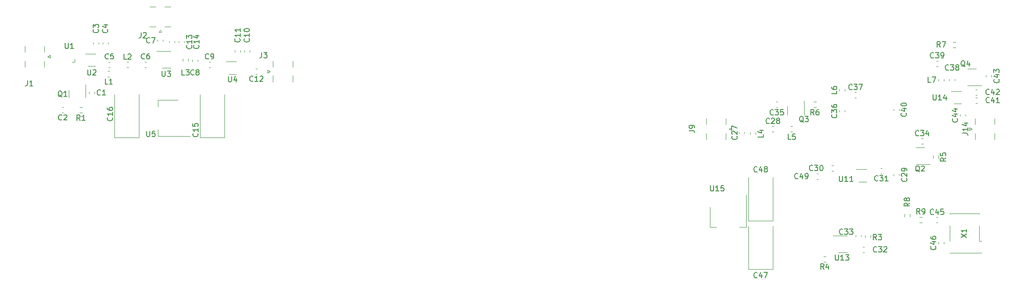
<source format=gbr>
%TF.GenerationSoftware,KiCad,Pcbnew,7.0.6-0*%
%TF.CreationDate,2023-12-30T17:19:21-06:00*%
%TF.ProjectId,MIXER_CORRELATOR,4d495845-525f-4434-9f52-52454c41544f,rev?*%
%TF.SameCoordinates,Original*%
%TF.FileFunction,Legend,Top*%
%TF.FilePolarity,Positive*%
%FSLAX46Y46*%
G04 Gerber Fmt 4.6, Leading zero omitted, Abs format (unit mm)*
G04 Created by KiCad (PCBNEW 7.0.6-0) date 2023-12-30 17:19:21*
%MOMM*%
%LPD*%
G01*
G04 APERTURE LIST*
%ADD10C,0.150000*%
%ADD11C,0.120000*%
G04 APERTURE END LIST*
D10*
X205096261Y-81545057D02*
X205001023Y-81497438D01*
X205001023Y-81497438D02*
X204905785Y-81402200D01*
X204905785Y-81402200D02*
X204762928Y-81259342D01*
X204762928Y-81259342D02*
X204667690Y-81211723D01*
X204667690Y-81211723D02*
X204572452Y-81211723D01*
X204620071Y-81449819D02*
X204524833Y-81402200D01*
X204524833Y-81402200D02*
X204429595Y-81306961D01*
X204429595Y-81306961D02*
X204381976Y-81116485D01*
X204381976Y-81116485D02*
X204381976Y-80783152D01*
X204381976Y-80783152D02*
X204429595Y-80592676D01*
X204429595Y-80592676D02*
X204524833Y-80497438D01*
X204524833Y-80497438D02*
X204620071Y-80449819D01*
X204620071Y-80449819D02*
X204810547Y-80449819D01*
X204810547Y-80449819D02*
X204905785Y-80497438D01*
X204905785Y-80497438D02*
X205001023Y-80592676D01*
X205001023Y-80592676D02*
X205048642Y-80783152D01*
X205048642Y-80783152D02*
X205048642Y-81116485D01*
X205048642Y-81116485D02*
X205001023Y-81306961D01*
X205001023Y-81306961D02*
X204905785Y-81402200D01*
X204905785Y-81402200D02*
X204810547Y-81449819D01*
X204810547Y-81449819D02*
X204620071Y-81449819D01*
X205429595Y-80545057D02*
X205477214Y-80497438D01*
X205477214Y-80497438D02*
X205572452Y-80449819D01*
X205572452Y-80449819D02*
X205810547Y-80449819D01*
X205810547Y-80449819D02*
X205905785Y-80497438D01*
X205905785Y-80497438D02*
X205953404Y-80545057D01*
X205953404Y-80545057D02*
X206001023Y-80640295D01*
X206001023Y-80640295D02*
X206001023Y-80735533D01*
X206001023Y-80735533D02*
X205953404Y-80878390D01*
X205953404Y-80878390D02*
X205381976Y-81449819D01*
X205381976Y-81449819D02*
X206001023Y-81449819D01*
X204935142Y-74730580D02*
X204887523Y-74778200D01*
X204887523Y-74778200D02*
X204744666Y-74825819D01*
X204744666Y-74825819D02*
X204649428Y-74825819D01*
X204649428Y-74825819D02*
X204506571Y-74778200D01*
X204506571Y-74778200D02*
X204411333Y-74682961D01*
X204411333Y-74682961D02*
X204363714Y-74587723D01*
X204363714Y-74587723D02*
X204316095Y-74397247D01*
X204316095Y-74397247D02*
X204316095Y-74254390D01*
X204316095Y-74254390D02*
X204363714Y-74063914D01*
X204363714Y-74063914D02*
X204411333Y-73968676D01*
X204411333Y-73968676D02*
X204506571Y-73873438D01*
X204506571Y-73873438D02*
X204649428Y-73825819D01*
X204649428Y-73825819D02*
X204744666Y-73825819D01*
X204744666Y-73825819D02*
X204887523Y-73873438D01*
X204887523Y-73873438D02*
X204935142Y-73921057D01*
X205268476Y-73825819D02*
X205887523Y-73825819D01*
X205887523Y-73825819D02*
X205554190Y-74206771D01*
X205554190Y-74206771D02*
X205697047Y-74206771D01*
X205697047Y-74206771D02*
X205792285Y-74254390D01*
X205792285Y-74254390D02*
X205839904Y-74302009D01*
X205839904Y-74302009D02*
X205887523Y-74397247D01*
X205887523Y-74397247D02*
X205887523Y-74635342D01*
X205887523Y-74635342D02*
X205839904Y-74730580D01*
X205839904Y-74730580D02*
X205792285Y-74778200D01*
X205792285Y-74778200D02*
X205697047Y-74825819D01*
X205697047Y-74825819D02*
X205411333Y-74825819D01*
X205411333Y-74825819D02*
X205316095Y-74778200D01*
X205316095Y-74778200D02*
X205268476Y-74730580D01*
X206744666Y-74159152D02*
X206744666Y-74825819D01*
X206506571Y-73778200D02*
X206268476Y-74492485D01*
X206268476Y-74492485D02*
X206887523Y-74492485D01*
X77859580Y-56642857D02*
X77907200Y-56690476D01*
X77907200Y-56690476D02*
X77954819Y-56833333D01*
X77954819Y-56833333D02*
X77954819Y-56928571D01*
X77954819Y-56928571D02*
X77907200Y-57071428D01*
X77907200Y-57071428D02*
X77811961Y-57166666D01*
X77811961Y-57166666D02*
X77716723Y-57214285D01*
X77716723Y-57214285D02*
X77526247Y-57261904D01*
X77526247Y-57261904D02*
X77383390Y-57261904D01*
X77383390Y-57261904D02*
X77192914Y-57214285D01*
X77192914Y-57214285D02*
X77097676Y-57166666D01*
X77097676Y-57166666D02*
X77002438Y-57071428D01*
X77002438Y-57071428D02*
X76954819Y-56928571D01*
X76954819Y-56928571D02*
X76954819Y-56833333D01*
X76954819Y-56833333D02*
X77002438Y-56690476D01*
X77002438Y-56690476D02*
X77050057Y-56642857D01*
X77954819Y-55690476D02*
X77954819Y-56261904D01*
X77954819Y-55976190D02*
X76954819Y-55976190D01*
X76954819Y-55976190D02*
X77097676Y-56071428D01*
X77097676Y-56071428D02*
X77192914Y-56166666D01*
X77192914Y-56166666D02*
X77240533Y-56261904D01*
X77954819Y-54738095D02*
X77954819Y-55309523D01*
X77954819Y-55023809D02*
X76954819Y-55023809D01*
X76954819Y-55023809D02*
X77097676Y-55119047D01*
X77097676Y-55119047D02*
X77192914Y-55214285D01*
X77192914Y-55214285D02*
X77240533Y-55309523D01*
X189521580Y-70842857D02*
X189569200Y-70890476D01*
X189569200Y-70890476D02*
X189616819Y-71033333D01*
X189616819Y-71033333D02*
X189616819Y-71128571D01*
X189616819Y-71128571D02*
X189569200Y-71271428D01*
X189569200Y-71271428D02*
X189473961Y-71366666D01*
X189473961Y-71366666D02*
X189378723Y-71414285D01*
X189378723Y-71414285D02*
X189188247Y-71461904D01*
X189188247Y-71461904D02*
X189045390Y-71461904D01*
X189045390Y-71461904D02*
X188854914Y-71414285D01*
X188854914Y-71414285D02*
X188759676Y-71366666D01*
X188759676Y-71366666D02*
X188664438Y-71271428D01*
X188664438Y-71271428D02*
X188616819Y-71128571D01*
X188616819Y-71128571D02*
X188616819Y-71033333D01*
X188616819Y-71033333D02*
X188664438Y-70890476D01*
X188664438Y-70890476D02*
X188712057Y-70842857D01*
X188616819Y-70509523D02*
X188616819Y-69890476D01*
X188616819Y-69890476D02*
X188997771Y-70223809D01*
X188997771Y-70223809D02*
X188997771Y-70080952D01*
X188997771Y-70080952D02*
X189045390Y-69985714D01*
X189045390Y-69985714D02*
X189093009Y-69938095D01*
X189093009Y-69938095D02*
X189188247Y-69890476D01*
X189188247Y-69890476D02*
X189426342Y-69890476D01*
X189426342Y-69890476D02*
X189521580Y-69938095D01*
X189521580Y-69938095D02*
X189569200Y-69985714D01*
X189569200Y-69985714D02*
X189616819Y-70080952D01*
X189616819Y-70080952D02*
X189616819Y-70366666D01*
X189616819Y-70366666D02*
X189569200Y-70461904D01*
X189569200Y-70461904D02*
X189521580Y-70509523D01*
X188616819Y-69033333D02*
X188616819Y-69223809D01*
X188616819Y-69223809D02*
X188664438Y-69319047D01*
X188664438Y-69319047D02*
X188712057Y-69366666D01*
X188712057Y-69366666D02*
X188854914Y-69461904D01*
X188854914Y-69461904D02*
X189045390Y-69509523D01*
X189045390Y-69509523D02*
X189426342Y-69509523D01*
X189426342Y-69509523D02*
X189521580Y-69461904D01*
X189521580Y-69461904D02*
X189569200Y-69414285D01*
X189569200Y-69414285D02*
X189616819Y-69319047D01*
X189616819Y-69319047D02*
X189616819Y-69128571D01*
X189616819Y-69128571D02*
X189569200Y-69033333D01*
X189569200Y-69033333D02*
X189521580Y-68985714D01*
X189521580Y-68985714D02*
X189426342Y-68938095D01*
X189426342Y-68938095D02*
X189188247Y-68938095D01*
X189188247Y-68938095D02*
X189093009Y-68985714D01*
X189093009Y-68985714D02*
X189045390Y-69033333D01*
X189045390Y-69033333D02*
X188997771Y-69128571D01*
X188997771Y-69128571D02*
X188997771Y-69319047D01*
X188997771Y-69319047D02*
X189045390Y-69414285D01*
X189045390Y-69414285D02*
X189093009Y-69461904D01*
X189093009Y-69461904D02*
X189188247Y-69509523D01*
X213126319Y-74324523D02*
X213840604Y-74324523D01*
X213840604Y-74324523D02*
X213983461Y-74372142D01*
X213983461Y-74372142D02*
X214078700Y-74467380D01*
X214078700Y-74467380D02*
X214126319Y-74610237D01*
X214126319Y-74610237D02*
X214126319Y-74705475D01*
X214126319Y-73324523D02*
X214126319Y-73895951D01*
X214126319Y-73610237D02*
X213126319Y-73610237D01*
X213126319Y-73610237D02*
X213269176Y-73705475D01*
X213269176Y-73705475D02*
X213364414Y-73800713D01*
X213364414Y-73800713D02*
X213412033Y-73895951D01*
X213459652Y-72467380D02*
X214126319Y-72467380D01*
X213078700Y-72705475D02*
X213792985Y-72943570D01*
X213792985Y-72943570D02*
X213792985Y-72324523D01*
X51359580Y-54916666D02*
X51407200Y-54964285D01*
X51407200Y-54964285D02*
X51454819Y-55107142D01*
X51454819Y-55107142D02*
X51454819Y-55202380D01*
X51454819Y-55202380D02*
X51407200Y-55345237D01*
X51407200Y-55345237D02*
X51311961Y-55440475D01*
X51311961Y-55440475D02*
X51216723Y-55488094D01*
X51216723Y-55488094D02*
X51026247Y-55535713D01*
X51026247Y-55535713D02*
X50883390Y-55535713D01*
X50883390Y-55535713D02*
X50692914Y-55488094D01*
X50692914Y-55488094D02*
X50597676Y-55440475D01*
X50597676Y-55440475D02*
X50502438Y-55345237D01*
X50502438Y-55345237D02*
X50454819Y-55202380D01*
X50454819Y-55202380D02*
X50454819Y-55107142D01*
X50454819Y-55107142D02*
X50502438Y-54964285D01*
X50502438Y-54964285D02*
X50550057Y-54916666D01*
X50454819Y-54583332D02*
X50454819Y-53964285D01*
X50454819Y-53964285D02*
X50835771Y-54297618D01*
X50835771Y-54297618D02*
X50835771Y-54154761D01*
X50835771Y-54154761D02*
X50883390Y-54059523D01*
X50883390Y-54059523D02*
X50931009Y-54011904D01*
X50931009Y-54011904D02*
X51026247Y-53964285D01*
X51026247Y-53964285D02*
X51264342Y-53964285D01*
X51264342Y-53964285D02*
X51359580Y-54011904D01*
X51359580Y-54011904D02*
X51407200Y-54059523D01*
X51407200Y-54059523D02*
X51454819Y-54154761D01*
X51454819Y-54154761D02*
X51454819Y-54440475D01*
X51454819Y-54440475D02*
X51407200Y-54535713D01*
X51407200Y-54535713D02*
X51359580Y-54583332D01*
X210523142Y-62444580D02*
X210475523Y-62492200D01*
X210475523Y-62492200D02*
X210332666Y-62539819D01*
X210332666Y-62539819D02*
X210237428Y-62539819D01*
X210237428Y-62539819D02*
X210094571Y-62492200D01*
X210094571Y-62492200D02*
X209999333Y-62396961D01*
X209999333Y-62396961D02*
X209951714Y-62301723D01*
X209951714Y-62301723D02*
X209904095Y-62111247D01*
X209904095Y-62111247D02*
X209904095Y-61968390D01*
X209904095Y-61968390D02*
X209951714Y-61777914D01*
X209951714Y-61777914D02*
X209999333Y-61682676D01*
X209999333Y-61682676D02*
X210094571Y-61587438D01*
X210094571Y-61587438D02*
X210237428Y-61539819D01*
X210237428Y-61539819D02*
X210332666Y-61539819D01*
X210332666Y-61539819D02*
X210475523Y-61587438D01*
X210475523Y-61587438D02*
X210523142Y-61635057D01*
X210856476Y-61539819D02*
X211475523Y-61539819D01*
X211475523Y-61539819D02*
X211142190Y-61920771D01*
X211142190Y-61920771D02*
X211285047Y-61920771D01*
X211285047Y-61920771D02*
X211380285Y-61968390D01*
X211380285Y-61968390D02*
X211427904Y-62016009D01*
X211427904Y-62016009D02*
X211475523Y-62111247D01*
X211475523Y-62111247D02*
X211475523Y-62349342D01*
X211475523Y-62349342D02*
X211427904Y-62444580D01*
X211427904Y-62444580D02*
X211380285Y-62492200D01*
X211380285Y-62492200D02*
X211285047Y-62539819D01*
X211285047Y-62539819D02*
X210999333Y-62539819D01*
X210999333Y-62539819D02*
X210904095Y-62492200D01*
X210904095Y-62492200D02*
X210856476Y-62444580D01*
X212046952Y-61968390D02*
X211951714Y-61920771D01*
X211951714Y-61920771D02*
X211904095Y-61873152D01*
X211904095Y-61873152D02*
X211856476Y-61777914D01*
X211856476Y-61777914D02*
X211856476Y-61730295D01*
X211856476Y-61730295D02*
X211904095Y-61635057D01*
X211904095Y-61635057D02*
X211951714Y-61587438D01*
X211951714Y-61587438D02*
X212046952Y-61539819D01*
X212046952Y-61539819D02*
X212237428Y-61539819D01*
X212237428Y-61539819D02*
X212332666Y-61587438D01*
X212332666Y-61587438D02*
X212380285Y-61635057D01*
X212380285Y-61635057D02*
X212427904Y-61730295D01*
X212427904Y-61730295D02*
X212427904Y-61777914D01*
X212427904Y-61777914D02*
X212380285Y-61873152D01*
X212380285Y-61873152D02*
X212332666Y-61920771D01*
X212332666Y-61920771D02*
X212237428Y-61968390D01*
X212237428Y-61968390D02*
X212046952Y-61968390D01*
X212046952Y-61968390D02*
X211951714Y-62016009D01*
X211951714Y-62016009D02*
X211904095Y-62063628D01*
X211904095Y-62063628D02*
X211856476Y-62158866D01*
X211856476Y-62158866D02*
X211856476Y-62349342D01*
X211856476Y-62349342D02*
X211904095Y-62444580D01*
X211904095Y-62444580D02*
X211951714Y-62492200D01*
X211951714Y-62492200D02*
X212046952Y-62539819D01*
X212046952Y-62539819D02*
X212237428Y-62539819D01*
X212237428Y-62539819D02*
X212332666Y-62492200D01*
X212332666Y-62492200D02*
X212380285Y-62444580D01*
X212380285Y-62444580D02*
X212427904Y-62349342D01*
X212427904Y-62349342D02*
X212427904Y-62158866D01*
X212427904Y-62158866D02*
X212380285Y-62063628D01*
X212380285Y-62063628D02*
X212332666Y-62016009D01*
X212332666Y-62016009D02*
X212237428Y-61968390D01*
X207189333Y-64825819D02*
X206713143Y-64825819D01*
X206713143Y-64825819D02*
X206713143Y-63825819D01*
X207427429Y-63825819D02*
X208094095Y-63825819D01*
X208094095Y-63825819D02*
X207665524Y-64825819D01*
X182329142Y-82764580D02*
X182281523Y-82812200D01*
X182281523Y-82812200D02*
X182138666Y-82859819D01*
X182138666Y-82859819D02*
X182043428Y-82859819D01*
X182043428Y-82859819D02*
X181900571Y-82812200D01*
X181900571Y-82812200D02*
X181805333Y-82716961D01*
X181805333Y-82716961D02*
X181757714Y-82621723D01*
X181757714Y-82621723D02*
X181710095Y-82431247D01*
X181710095Y-82431247D02*
X181710095Y-82288390D01*
X181710095Y-82288390D02*
X181757714Y-82097914D01*
X181757714Y-82097914D02*
X181805333Y-82002676D01*
X181805333Y-82002676D02*
X181900571Y-81907438D01*
X181900571Y-81907438D02*
X182043428Y-81859819D01*
X182043428Y-81859819D02*
X182138666Y-81859819D01*
X182138666Y-81859819D02*
X182281523Y-81907438D01*
X182281523Y-81907438D02*
X182329142Y-81955057D01*
X183186285Y-82193152D02*
X183186285Y-82859819D01*
X182948190Y-81812200D02*
X182710095Y-82526485D01*
X182710095Y-82526485D02*
X183329142Y-82526485D01*
X183757714Y-82859819D02*
X183948190Y-82859819D01*
X183948190Y-82859819D02*
X184043428Y-82812200D01*
X184043428Y-82812200D02*
X184091047Y-82764580D01*
X184091047Y-82764580D02*
X184186285Y-82621723D01*
X184186285Y-82621723D02*
X184233904Y-82431247D01*
X184233904Y-82431247D02*
X184233904Y-82050295D01*
X184233904Y-82050295D02*
X184186285Y-81955057D01*
X184186285Y-81955057D02*
X184138666Y-81907438D01*
X184138666Y-81907438D02*
X184043428Y-81859819D01*
X184043428Y-81859819D02*
X183852952Y-81859819D01*
X183852952Y-81859819D02*
X183757714Y-81907438D01*
X183757714Y-81907438D02*
X183710095Y-81955057D01*
X183710095Y-81955057D02*
X183662476Y-82050295D01*
X183662476Y-82050295D02*
X183662476Y-82288390D01*
X183662476Y-82288390D02*
X183710095Y-82383628D01*
X183710095Y-82383628D02*
X183757714Y-82431247D01*
X183757714Y-82431247D02*
X183852952Y-82478866D01*
X183852952Y-82478866D02*
X184043428Y-82478866D01*
X184043428Y-82478866D02*
X184138666Y-82431247D01*
X184138666Y-82431247D02*
X184186285Y-82383628D01*
X184186285Y-82383628D02*
X184233904Y-82288390D01*
X59416666Y-55492319D02*
X59416666Y-56206604D01*
X59416666Y-56206604D02*
X59369047Y-56349461D01*
X59369047Y-56349461D02*
X59273809Y-56444700D01*
X59273809Y-56444700D02*
X59130952Y-56492319D01*
X59130952Y-56492319D02*
X59035714Y-56492319D01*
X59845238Y-55587557D02*
X59892857Y-55539938D01*
X59892857Y-55539938D02*
X59988095Y-55492319D01*
X59988095Y-55492319D02*
X60226190Y-55492319D01*
X60226190Y-55492319D02*
X60321428Y-55539938D01*
X60321428Y-55539938D02*
X60369047Y-55587557D01*
X60369047Y-55587557D02*
X60416666Y-55682795D01*
X60416666Y-55682795D02*
X60416666Y-55778033D01*
X60416666Y-55778033D02*
X60369047Y-55920890D01*
X60369047Y-55920890D02*
X59797619Y-56492319D01*
X59797619Y-56492319D02*
X60416666Y-56492319D01*
X218130142Y-67016580D02*
X218082523Y-67064200D01*
X218082523Y-67064200D02*
X217939666Y-67111819D01*
X217939666Y-67111819D02*
X217844428Y-67111819D01*
X217844428Y-67111819D02*
X217701571Y-67064200D01*
X217701571Y-67064200D02*
X217606333Y-66968961D01*
X217606333Y-66968961D02*
X217558714Y-66873723D01*
X217558714Y-66873723D02*
X217511095Y-66683247D01*
X217511095Y-66683247D02*
X217511095Y-66540390D01*
X217511095Y-66540390D02*
X217558714Y-66349914D01*
X217558714Y-66349914D02*
X217606333Y-66254676D01*
X217606333Y-66254676D02*
X217701571Y-66159438D01*
X217701571Y-66159438D02*
X217844428Y-66111819D01*
X217844428Y-66111819D02*
X217939666Y-66111819D01*
X217939666Y-66111819D02*
X218082523Y-66159438D01*
X218082523Y-66159438D02*
X218130142Y-66207057D01*
X218987285Y-66445152D02*
X218987285Y-67111819D01*
X218749190Y-66064200D02*
X218511095Y-66778485D01*
X218511095Y-66778485D02*
X219130142Y-66778485D01*
X219463476Y-66207057D02*
X219511095Y-66159438D01*
X219511095Y-66159438D02*
X219606333Y-66111819D01*
X219606333Y-66111819D02*
X219844428Y-66111819D01*
X219844428Y-66111819D02*
X219939666Y-66159438D01*
X219939666Y-66159438D02*
X219987285Y-66207057D01*
X219987285Y-66207057D02*
X220034904Y-66302295D01*
X220034904Y-66302295D02*
X220034904Y-66397533D01*
X220034904Y-66397533D02*
X219987285Y-66540390D01*
X219987285Y-66540390D02*
X219415857Y-67111819D01*
X219415857Y-67111819D02*
X220034904Y-67111819D01*
X187186333Y-99783819D02*
X186853000Y-99307628D01*
X186614905Y-99783819D02*
X186614905Y-98783819D01*
X186614905Y-98783819D02*
X186995857Y-98783819D01*
X186995857Y-98783819D02*
X187091095Y-98831438D01*
X187091095Y-98831438D02*
X187138714Y-98879057D01*
X187138714Y-98879057D02*
X187186333Y-98974295D01*
X187186333Y-98974295D02*
X187186333Y-99117152D01*
X187186333Y-99117152D02*
X187138714Y-99212390D01*
X187138714Y-99212390D02*
X187091095Y-99260009D01*
X187091095Y-99260009D02*
X186995857Y-99307628D01*
X186995857Y-99307628D02*
X186614905Y-99307628D01*
X188043476Y-99117152D02*
X188043476Y-99783819D01*
X187805381Y-98736200D02*
X187567286Y-99450485D01*
X187567286Y-99450485D02*
X188186333Y-99450485D01*
X210002819Y-78952666D02*
X209526628Y-79285999D01*
X210002819Y-79524094D02*
X209002819Y-79524094D01*
X209002819Y-79524094D02*
X209002819Y-79143142D01*
X209002819Y-79143142D02*
X209050438Y-79047904D01*
X209050438Y-79047904D02*
X209098057Y-79000285D01*
X209098057Y-79000285D02*
X209193295Y-78952666D01*
X209193295Y-78952666D02*
X209336152Y-78952666D01*
X209336152Y-78952666D02*
X209431390Y-79000285D01*
X209431390Y-79000285D02*
X209479009Y-79047904D01*
X209479009Y-79047904D02*
X209526628Y-79143142D01*
X209526628Y-79143142D02*
X209526628Y-79524094D01*
X209002819Y-78047904D02*
X209002819Y-78524094D01*
X209002819Y-78524094D02*
X209479009Y-78571713D01*
X209479009Y-78571713D02*
X209431390Y-78524094D01*
X209431390Y-78524094D02*
X209383771Y-78428856D01*
X209383771Y-78428856D02*
X209383771Y-78190761D01*
X209383771Y-78190761D02*
X209431390Y-78095523D01*
X209431390Y-78095523D02*
X209479009Y-78047904D01*
X209479009Y-78047904D02*
X209574247Y-78000285D01*
X209574247Y-78000285D02*
X209812342Y-78000285D01*
X209812342Y-78000285D02*
X209907580Y-78047904D01*
X209907580Y-78047904D02*
X209955200Y-78095523D01*
X209955200Y-78095523D02*
X210002819Y-78190761D01*
X210002819Y-78190761D02*
X210002819Y-78428856D01*
X210002819Y-78428856D02*
X209955200Y-78524094D01*
X209955200Y-78524094D02*
X209907580Y-78571713D01*
X208063580Y-95506857D02*
X208111200Y-95554476D01*
X208111200Y-95554476D02*
X208158819Y-95697333D01*
X208158819Y-95697333D02*
X208158819Y-95792571D01*
X208158819Y-95792571D02*
X208111200Y-95935428D01*
X208111200Y-95935428D02*
X208015961Y-96030666D01*
X208015961Y-96030666D02*
X207920723Y-96078285D01*
X207920723Y-96078285D02*
X207730247Y-96125904D01*
X207730247Y-96125904D02*
X207587390Y-96125904D01*
X207587390Y-96125904D02*
X207396914Y-96078285D01*
X207396914Y-96078285D02*
X207301676Y-96030666D01*
X207301676Y-96030666D02*
X207206438Y-95935428D01*
X207206438Y-95935428D02*
X207158819Y-95792571D01*
X207158819Y-95792571D02*
X207158819Y-95697333D01*
X207158819Y-95697333D02*
X207206438Y-95554476D01*
X207206438Y-95554476D02*
X207254057Y-95506857D01*
X207492152Y-94649714D02*
X208158819Y-94649714D01*
X207111200Y-94887809D02*
X207825485Y-95125904D01*
X207825485Y-95125904D02*
X207825485Y-94506857D01*
X207158819Y-93697333D02*
X207158819Y-93887809D01*
X207158819Y-93887809D02*
X207206438Y-93983047D01*
X207206438Y-93983047D02*
X207254057Y-94030666D01*
X207254057Y-94030666D02*
X207396914Y-94125904D01*
X207396914Y-94125904D02*
X207587390Y-94173523D01*
X207587390Y-94173523D02*
X207968342Y-94173523D01*
X207968342Y-94173523D02*
X208063580Y-94125904D01*
X208063580Y-94125904D02*
X208111200Y-94078285D01*
X208111200Y-94078285D02*
X208158819Y-93983047D01*
X208158819Y-93983047D02*
X208158819Y-93792571D01*
X208158819Y-93792571D02*
X208111200Y-93697333D01*
X208111200Y-93697333D02*
X208063580Y-93649714D01*
X208063580Y-93649714D02*
X207968342Y-93602095D01*
X207968342Y-93602095D02*
X207730247Y-93602095D01*
X207730247Y-93602095D02*
X207635009Y-93649714D01*
X207635009Y-93649714D02*
X207587390Y-93697333D01*
X207587390Y-93697333D02*
X207539771Y-93792571D01*
X207539771Y-93792571D02*
X207539771Y-93983047D01*
X207539771Y-93983047D02*
X207587390Y-94078285D01*
X207587390Y-94078285D02*
X207635009Y-94125904D01*
X207635009Y-94125904D02*
X207730247Y-94173523D01*
X219907580Y-64264857D02*
X219955200Y-64312476D01*
X219955200Y-64312476D02*
X220002819Y-64455333D01*
X220002819Y-64455333D02*
X220002819Y-64550571D01*
X220002819Y-64550571D02*
X219955200Y-64693428D01*
X219955200Y-64693428D02*
X219859961Y-64788666D01*
X219859961Y-64788666D02*
X219764723Y-64836285D01*
X219764723Y-64836285D02*
X219574247Y-64883904D01*
X219574247Y-64883904D02*
X219431390Y-64883904D01*
X219431390Y-64883904D02*
X219240914Y-64836285D01*
X219240914Y-64836285D02*
X219145676Y-64788666D01*
X219145676Y-64788666D02*
X219050438Y-64693428D01*
X219050438Y-64693428D02*
X219002819Y-64550571D01*
X219002819Y-64550571D02*
X219002819Y-64455333D01*
X219002819Y-64455333D02*
X219050438Y-64312476D01*
X219050438Y-64312476D02*
X219098057Y-64264857D01*
X219336152Y-63407714D02*
X220002819Y-63407714D01*
X218955200Y-63645809D02*
X219669485Y-63883904D01*
X219669485Y-63883904D02*
X219669485Y-63264857D01*
X219002819Y-62979142D02*
X219002819Y-62360095D01*
X219002819Y-62360095D02*
X219383771Y-62693428D01*
X219383771Y-62693428D02*
X219383771Y-62550571D01*
X219383771Y-62550571D02*
X219431390Y-62455333D01*
X219431390Y-62455333D02*
X219479009Y-62407714D01*
X219479009Y-62407714D02*
X219574247Y-62360095D01*
X219574247Y-62360095D02*
X219812342Y-62360095D01*
X219812342Y-62360095D02*
X219907580Y-62407714D01*
X219907580Y-62407714D02*
X219955200Y-62455333D01*
X219955200Y-62455333D02*
X220002819Y-62550571D01*
X220002819Y-62550571D02*
X220002819Y-62836285D01*
X220002819Y-62836285D02*
X219955200Y-62931523D01*
X219955200Y-62931523D02*
X219907580Y-62979142D01*
X197029333Y-94289819D02*
X196696000Y-93813628D01*
X196457905Y-94289819D02*
X196457905Y-93289819D01*
X196457905Y-93289819D02*
X196838857Y-93289819D01*
X196838857Y-93289819D02*
X196934095Y-93337438D01*
X196934095Y-93337438D02*
X196981714Y-93385057D01*
X196981714Y-93385057D02*
X197029333Y-93480295D01*
X197029333Y-93480295D02*
X197029333Y-93623152D01*
X197029333Y-93623152D02*
X196981714Y-93718390D01*
X196981714Y-93718390D02*
X196934095Y-93766009D01*
X196934095Y-93766009D02*
X196838857Y-93813628D01*
X196838857Y-93813628D02*
X196457905Y-93813628D01*
X197362667Y-93289819D02*
X197981714Y-93289819D01*
X197981714Y-93289819D02*
X197648381Y-93670771D01*
X197648381Y-93670771D02*
X197791238Y-93670771D01*
X197791238Y-93670771D02*
X197886476Y-93718390D01*
X197886476Y-93718390D02*
X197934095Y-93766009D01*
X197934095Y-93766009D02*
X197981714Y-93861247D01*
X197981714Y-93861247D02*
X197981714Y-94099342D01*
X197981714Y-94099342D02*
X197934095Y-94194580D01*
X197934095Y-94194580D02*
X197886476Y-94242200D01*
X197886476Y-94242200D02*
X197791238Y-94289819D01*
X197791238Y-94289819D02*
X197505524Y-94289819D01*
X197505524Y-94289819D02*
X197410286Y-94242200D01*
X197410286Y-94242200D02*
X197362667Y-94194580D01*
X181027333Y-75493819D02*
X180551143Y-75493819D01*
X180551143Y-75493819D02*
X180551143Y-74493819D01*
X181836857Y-74493819D02*
X181360667Y-74493819D01*
X181360667Y-74493819D02*
X181313048Y-74970009D01*
X181313048Y-74970009D02*
X181360667Y-74922390D01*
X181360667Y-74922390D02*
X181455905Y-74874771D01*
X181455905Y-74874771D02*
X181694000Y-74874771D01*
X181694000Y-74874771D02*
X181789238Y-74922390D01*
X181789238Y-74922390D02*
X181836857Y-74970009D01*
X181836857Y-74970009D02*
X181884476Y-75065247D01*
X181884476Y-75065247D02*
X181884476Y-75303342D01*
X181884476Y-75303342D02*
X181836857Y-75398580D01*
X181836857Y-75398580D02*
X181789238Y-75446200D01*
X181789238Y-75446200D02*
X181694000Y-75493819D01*
X181694000Y-75493819D02*
X181455905Y-75493819D01*
X181455905Y-75493819D02*
X181360667Y-75446200D01*
X181360667Y-75446200D02*
X181313048Y-75398580D01*
X44608333Y-71789580D02*
X44560714Y-71837200D01*
X44560714Y-71837200D02*
X44417857Y-71884819D01*
X44417857Y-71884819D02*
X44322619Y-71884819D01*
X44322619Y-71884819D02*
X44179762Y-71837200D01*
X44179762Y-71837200D02*
X44084524Y-71741961D01*
X44084524Y-71741961D02*
X44036905Y-71646723D01*
X44036905Y-71646723D02*
X43989286Y-71456247D01*
X43989286Y-71456247D02*
X43989286Y-71313390D01*
X43989286Y-71313390D02*
X44036905Y-71122914D01*
X44036905Y-71122914D02*
X44084524Y-71027676D01*
X44084524Y-71027676D02*
X44179762Y-70932438D01*
X44179762Y-70932438D02*
X44322619Y-70884819D01*
X44322619Y-70884819D02*
X44417857Y-70884819D01*
X44417857Y-70884819D02*
X44560714Y-70932438D01*
X44560714Y-70932438D02*
X44608333Y-70980057D01*
X44989286Y-70980057D02*
X45036905Y-70932438D01*
X45036905Y-70932438D02*
X45132143Y-70884819D01*
X45132143Y-70884819D02*
X45370238Y-70884819D01*
X45370238Y-70884819D02*
X45465476Y-70932438D01*
X45465476Y-70932438D02*
X45513095Y-70980057D01*
X45513095Y-70980057D02*
X45560714Y-71075295D01*
X45560714Y-71075295D02*
X45560714Y-71170533D01*
X45560714Y-71170533D02*
X45513095Y-71313390D01*
X45513095Y-71313390D02*
X44941667Y-71884819D01*
X44941667Y-71884819D02*
X45560714Y-71884819D01*
X70009580Y-74392857D02*
X70057200Y-74440476D01*
X70057200Y-74440476D02*
X70104819Y-74583333D01*
X70104819Y-74583333D02*
X70104819Y-74678571D01*
X70104819Y-74678571D02*
X70057200Y-74821428D01*
X70057200Y-74821428D02*
X69961961Y-74916666D01*
X69961961Y-74916666D02*
X69866723Y-74964285D01*
X69866723Y-74964285D02*
X69676247Y-75011904D01*
X69676247Y-75011904D02*
X69533390Y-75011904D01*
X69533390Y-75011904D02*
X69342914Y-74964285D01*
X69342914Y-74964285D02*
X69247676Y-74916666D01*
X69247676Y-74916666D02*
X69152438Y-74821428D01*
X69152438Y-74821428D02*
X69104819Y-74678571D01*
X69104819Y-74678571D02*
X69104819Y-74583333D01*
X69104819Y-74583333D02*
X69152438Y-74440476D01*
X69152438Y-74440476D02*
X69200057Y-74392857D01*
X70104819Y-73440476D02*
X70104819Y-74011904D01*
X70104819Y-73726190D02*
X69104819Y-73726190D01*
X69104819Y-73726190D02*
X69247676Y-73821428D01*
X69247676Y-73821428D02*
X69342914Y-73916666D01*
X69342914Y-73916666D02*
X69390533Y-74011904D01*
X69104819Y-72535714D02*
X69104819Y-73011904D01*
X69104819Y-73011904D02*
X69581009Y-73059523D01*
X69581009Y-73059523D02*
X69533390Y-73011904D01*
X69533390Y-73011904D02*
X69485771Y-72916666D01*
X69485771Y-72916666D02*
X69485771Y-72678571D01*
X69485771Y-72678571D02*
X69533390Y-72583333D01*
X69533390Y-72583333D02*
X69581009Y-72535714D01*
X69581009Y-72535714D02*
X69676247Y-72488095D01*
X69676247Y-72488095D02*
X69914342Y-72488095D01*
X69914342Y-72488095D02*
X70009580Y-72535714D01*
X70009580Y-72535714D02*
X70057200Y-72583333D01*
X70057200Y-72583333D02*
X70104819Y-72678571D01*
X70104819Y-72678571D02*
X70104819Y-72916666D01*
X70104819Y-72916666D02*
X70057200Y-73011904D01*
X70057200Y-73011904D02*
X70009580Y-73059523D01*
X174709142Y-81494580D02*
X174661523Y-81542200D01*
X174661523Y-81542200D02*
X174518666Y-81589819D01*
X174518666Y-81589819D02*
X174423428Y-81589819D01*
X174423428Y-81589819D02*
X174280571Y-81542200D01*
X174280571Y-81542200D02*
X174185333Y-81446961D01*
X174185333Y-81446961D02*
X174137714Y-81351723D01*
X174137714Y-81351723D02*
X174090095Y-81161247D01*
X174090095Y-81161247D02*
X174090095Y-81018390D01*
X174090095Y-81018390D02*
X174137714Y-80827914D01*
X174137714Y-80827914D02*
X174185333Y-80732676D01*
X174185333Y-80732676D02*
X174280571Y-80637438D01*
X174280571Y-80637438D02*
X174423428Y-80589819D01*
X174423428Y-80589819D02*
X174518666Y-80589819D01*
X174518666Y-80589819D02*
X174661523Y-80637438D01*
X174661523Y-80637438D02*
X174709142Y-80685057D01*
X175566285Y-80923152D02*
X175566285Y-81589819D01*
X175328190Y-80542200D02*
X175090095Y-81256485D01*
X175090095Y-81256485D02*
X175709142Y-81256485D01*
X176232952Y-81018390D02*
X176137714Y-80970771D01*
X176137714Y-80970771D02*
X176090095Y-80923152D01*
X176090095Y-80923152D02*
X176042476Y-80827914D01*
X176042476Y-80827914D02*
X176042476Y-80780295D01*
X176042476Y-80780295D02*
X176090095Y-80685057D01*
X176090095Y-80685057D02*
X176137714Y-80637438D01*
X176137714Y-80637438D02*
X176232952Y-80589819D01*
X176232952Y-80589819D02*
X176423428Y-80589819D01*
X176423428Y-80589819D02*
X176518666Y-80637438D01*
X176518666Y-80637438D02*
X176566285Y-80685057D01*
X176566285Y-80685057D02*
X176613904Y-80780295D01*
X176613904Y-80780295D02*
X176613904Y-80827914D01*
X176613904Y-80827914D02*
X176566285Y-80923152D01*
X176566285Y-80923152D02*
X176518666Y-80970771D01*
X176518666Y-80970771D02*
X176423428Y-81018390D01*
X176423428Y-81018390D02*
X176232952Y-81018390D01*
X176232952Y-81018390D02*
X176137714Y-81066009D01*
X176137714Y-81066009D02*
X176090095Y-81113628D01*
X176090095Y-81113628D02*
X176042476Y-81208866D01*
X176042476Y-81208866D02*
X176042476Y-81399342D01*
X176042476Y-81399342D02*
X176090095Y-81494580D01*
X176090095Y-81494580D02*
X176137714Y-81542200D01*
X176137714Y-81542200D02*
X176232952Y-81589819D01*
X176232952Y-81589819D02*
X176423428Y-81589819D01*
X176423428Y-81589819D02*
X176518666Y-81542200D01*
X176518666Y-81542200D02*
X176566285Y-81494580D01*
X176566285Y-81494580D02*
X176613904Y-81399342D01*
X176613904Y-81399342D02*
X176613904Y-81208866D01*
X176613904Y-81208866D02*
X176566285Y-81113628D01*
X176566285Y-81113628D02*
X176518666Y-81066009D01*
X176518666Y-81066009D02*
X176423428Y-81018390D01*
X38166666Y-64454819D02*
X38166666Y-65169104D01*
X38166666Y-65169104D02*
X38119047Y-65311961D01*
X38119047Y-65311961D02*
X38023809Y-65407200D01*
X38023809Y-65407200D02*
X37880952Y-65454819D01*
X37880952Y-65454819D02*
X37785714Y-65454819D01*
X39166666Y-65454819D02*
X38595238Y-65454819D01*
X38880952Y-65454819D02*
X38880952Y-64454819D01*
X38880952Y-64454819D02*
X38785714Y-64597676D01*
X38785714Y-64597676D02*
X38690476Y-64692914D01*
X38690476Y-64692914D02*
X38595238Y-64740533D01*
X189616819Y-66428666D02*
X189616819Y-66904856D01*
X189616819Y-66904856D02*
X188616819Y-66904856D01*
X188616819Y-65666761D02*
X188616819Y-65857237D01*
X188616819Y-65857237D02*
X188664438Y-65952475D01*
X188664438Y-65952475D02*
X188712057Y-66000094D01*
X188712057Y-66000094D02*
X188854914Y-66095332D01*
X188854914Y-66095332D02*
X189045390Y-66142951D01*
X189045390Y-66142951D02*
X189426342Y-66142951D01*
X189426342Y-66142951D02*
X189521580Y-66095332D01*
X189521580Y-66095332D02*
X189569200Y-66047713D01*
X189569200Y-66047713D02*
X189616819Y-65952475D01*
X189616819Y-65952475D02*
X189616819Y-65761999D01*
X189616819Y-65761999D02*
X189569200Y-65666761D01*
X189569200Y-65666761D02*
X189521580Y-65619142D01*
X189521580Y-65619142D02*
X189426342Y-65571523D01*
X189426342Y-65571523D02*
X189188247Y-65571523D01*
X189188247Y-65571523D02*
X189093009Y-65619142D01*
X189093009Y-65619142D02*
X189045390Y-65666761D01*
X189045390Y-65666761D02*
X188997771Y-65761999D01*
X188997771Y-65761999D02*
X188997771Y-65952475D01*
X188997771Y-65952475D02*
X189045390Y-66047713D01*
X189045390Y-66047713D02*
X189093009Y-66095332D01*
X189093009Y-66095332D02*
X189188247Y-66142951D01*
X69333333Y-63359580D02*
X69285714Y-63407200D01*
X69285714Y-63407200D02*
X69142857Y-63454819D01*
X69142857Y-63454819D02*
X69047619Y-63454819D01*
X69047619Y-63454819D02*
X68904762Y-63407200D01*
X68904762Y-63407200D02*
X68809524Y-63311961D01*
X68809524Y-63311961D02*
X68761905Y-63216723D01*
X68761905Y-63216723D02*
X68714286Y-63026247D01*
X68714286Y-63026247D02*
X68714286Y-62883390D01*
X68714286Y-62883390D02*
X68761905Y-62692914D01*
X68761905Y-62692914D02*
X68809524Y-62597676D01*
X68809524Y-62597676D02*
X68904762Y-62502438D01*
X68904762Y-62502438D02*
X69047619Y-62454819D01*
X69047619Y-62454819D02*
X69142857Y-62454819D01*
X69142857Y-62454819D02*
X69285714Y-62502438D01*
X69285714Y-62502438D02*
X69333333Y-62550057D01*
X69904762Y-62883390D02*
X69809524Y-62835771D01*
X69809524Y-62835771D02*
X69761905Y-62788152D01*
X69761905Y-62788152D02*
X69714286Y-62692914D01*
X69714286Y-62692914D02*
X69714286Y-62645295D01*
X69714286Y-62645295D02*
X69761905Y-62550057D01*
X69761905Y-62550057D02*
X69809524Y-62502438D01*
X69809524Y-62502438D02*
X69904762Y-62454819D01*
X69904762Y-62454819D02*
X70095238Y-62454819D01*
X70095238Y-62454819D02*
X70190476Y-62502438D01*
X70190476Y-62502438D02*
X70238095Y-62550057D01*
X70238095Y-62550057D02*
X70285714Y-62645295D01*
X70285714Y-62645295D02*
X70285714Y-62692914D01*
X70285714Y-62692914D02*
X70238095Y-62788152D01*
X70238095Y-62788152D02*
X70190476Y-62835771D01*
X70190476Y-62835771D02*
X70095238Y-62883390D01*
X70095238Y-62883390D02*
X69904762Y-62883390D01*
X69904762Y-62883390D02*
X69809524Y-62931009D01*
X69809524Y-62931009D02*
X69761905Y-62978628D01*
X69761905Y-62978628D02*
X69714286Y-63073866D01*
X69714286Y-63073866D02*
X69714286Y-63264342D01*
X69714286Y-63264342D02*
X69761905Y-63359580D01*
X69761905Y-63359580D02*
X69809524Y-63407200D01*
X69809524Y-63407200D02*
X69904762Y-63454819D01*
X69904762Y-63454819D02*
X70095238Y-63454819D01*
X70095238Y-63454819D02*
X70190476Y-63407200D01*
X70190476Y-63407200D02*
X70238095Y-63359580D01*
X70238095Y-63359580D02*
X70285714Y-63264342D01*
X70285714Y-63264342D02*
X70285714Y-63073866D01*
X70285714Y-63073866D02*
X70238095Y-62978628D01*
X70238095Y-62978628D02*
X70190476Y-62931009D01*
X70190476Y-62931009D02*
X70095238Y-62883390D01*
X56708333Y-60524819D02*
X56232143Y-60524819D01*
X56232143Y-60524819D02*
X56232143Y-59524819D01*
X56994048Y-59620057D02*
X57041667Y-59572438D01*
X57041667Y-59572438D02*
X57136905Y-59524819D01*
X57136905Y-59524819D02*
X57375000Y-59524819D01*
X57375000Y-59524819D02*
X57470238Y-59572438D01*
X57470238Y-59572438D02*
X57517857Y-59620057D01*
X57517857Y-59620057D02*
X57565476Y-59715295D01*
X57565476Y-59715295D02*
X57565476Y-59810533D01*
X57565476Y-59810533D02*
X57517857Y-59953390D01*
X57517857Y-59953390D02*
X56946429Y-60524819D01*
X56946429Y-60524819D02*
X57565476Y-60524819D01*
X75788095Y-63704819D02*
X75788095Y-64514342D01*
X75788095Y-64514342D02*
X75835714Y-64609580D01*
X75835714Y-64609580D02*
X75883333Y-64657200D01*
X75883333Y-64657200D02*
X75978571Y-64704819D01*
X75978571Y-64704819D02*
X76169047Y-64704819D01*
X76169047Y-64704819D02*
X76264285Y-64657200D01*
X76264285Y-64657200D02*
X76311904Y-64609580D01*
X76311904Y-64609580D02*
X76359523Y-64514342D01*
X76359523Y-64514342D02*
X76359523Y-63704819D01*
X77264285Y-64038152D02*
X77264285Y-64704819D01*
X77026190Y-63657200D02*
X76788095Y-64371485D01*
X76788095Y-64371485D02*
X77407142Y-64371485D01*
X79609580Y-56642857D02*
X79657200Y-56690476D01*
X79657200Y-56690476D02*
X79704819Y-56833333D01*
X79704819Y-56833333D02*
X79704819Y-56928571D01*
X79704819Y-56928571D02*
X79657200Y-57071428D01*
X79657200Y-57071428D02*
X79561961Y-57166666D01*
X79561961Y-57166666D02*
X79466723Y-57214285D01*
X79466723Y-57214285D02*
X79276247Y-57261904D01*
X79276247Y-57261904D02*
X79133390Y-57261904D01*
X79133390Y-57261904D02*
X78942914Y-57214285D01*
X78942914Y-57214285D02*
X78847676Y-57166666D01*
X78847676Y-57166666D02*
X78752438Y-57071428D01*
X78752438Y-57071428D02*
X78704819Y-56928571D01*
X78704819Y-56928571D02*
X78704819Y-56833333D01*
X78704819Y-56833333D02*
X78752438Y-56690476D01*
X78752438Y-56690476D02*
X78800057Y-56642857D01*
X79704819Y-55690476D02*
X79704819Y-56261904D01*
X79704819Y-55976190D02*
X78704819Y-55976190D01*
X78704819Y-55976190D02*
X78847676Y-56071428D01*
X78847676Y-56071428D02*
X78942914Y-56166666D01*
X78942914Y-56166666D02*
X78990533Y-56261904D01*
X78704819Y-55071428D02*
X78704819Y-54976190D01*
X78704819Y-54976190D02*
X78752438Y-54880952D01*
X78752438Y-54880952D02*
X78800057Y-54833333D01*
X78800057Y-54833333D02*
X78895295Y-54785714D01*
X78895295Y-54785714D02*
X79085771Y-54738095D01*
X79085771Y-54738095D02*
X79323866Y-54738095D01*
X79323866Y-54738095D02*
X79514342Y-54785714D01*
X79514342Y-54785714D02*
X79609580Y-54833333D01*
X79609580Y-54833333D02*
X79657200Y-54880952D01*
X79657200Y-54880952D02*
X79704819Y-54976190D01*
X79704819Y-54976190D02*
X79704819Y-55071428D01*
X79704819Y-55071428D02*
X79657200Y-55166666D01*
X79657200Y-55166666D02*
X79609580Y-55214285D01*
X79609580Y-55214285D02*
X79514342Y-55261904D01*
X79514342Y-55261904D02*
X79323866Y-55309523D01*
X79323866Y-55309523D02*
X79085771Y-55309523D01*
X79085771Y-55309523D02*
X78895295Y-55261904D01*
X78895295Y-55261904D02*
X78800057Y-55214285D01*
X78800057Y-55214285D02*
X78752438Y-55166666D01*
X78752438Y-55166666D02*
X78704819Y-55071428D01*
X175839819Y-74584666D02*
X175839819Y-75060856D01*
X175839819Y-75060856D02*
X174839819Y-75060856D01*
X175173152Y-73822761D02*
X175839819Y-73822761D01*
X174792200Y-74060856D02*
X175506485Y-74298951D01*
X175506485Y-74298951D02*
X175506485Y-73679904D01*
X70159580Y-57867857D02*
X70207200Y-57915476D01*
X70207200Y-57915476D02*
X70254819Y-58058333D01*
X70254819Y-58058333D02*
X70254819Y-58153571D01*
X70254819Y-58153571D02*
X70207200Y-58296428D01*
X70207200Y-58296428D02*
X70111961Y-58391666D01*
X70111961Y-58391666D02*
X70016723Y-58439285D01*
X70016723Y-58439285D02*
X69826247Y-58486904D01*
X69826247Y-58486904D02*
X69683390Y-58486904D01*
X69683390Y-58486904D02*
X69492914Y-58439285D01*
X69492914Y-58439285D02*
X69397676Y-58391666D01*
X69397676Y-58391666D02*
X69302438Y-58296428D01*
X69302438Y-58296428D02*
X69254819Y-58153571D01*
X69254819Y-58153571D02*
X69254819Y-58058333D01*
X69254819Y-58058333D02*
X69302438Y-57915476D01*
X69302438Y-57915476D02*
X69350057Y-57867857D01*
X70254819Y-56915476D02*
X70254819Y-57486904D01*
X70254819Y-57201190D02*
X69254819Y-57201190D01*
X69254819Y-57201190D02*
X69397676Y-57296428D01*
X69397676Y-57296428D02*
X69492914Y-57391666D01*
X69492914Y-57391666D02*
X69540533Y-57486904D01*
X69588152Y-56058333D02*
X70254819Y-56058333D01*
X69207200Y-56296428D02*
X69921485Y-56534523D01*
X69921485Y-56534523D02*
X69921485Y-55915476D01*
X218143142Y-68540580D02*
X218095523Y-68588200D01*
X218095523Y-68588200D02*
X217952666Y-68635819D01*
X217952666Y-68635819D02*
X217857428Y-68635819D01*
X217857428Y-68635819D02*
X217714571Y-68588200D01*
X217714571Y-68588200D02*
X217619333Y-68492961D01*
X217619333Y-68492961D02*
X217571714Y-68397723D01*
X217571714Y-68397723D02*
X217524095Y-68207247D01*
X217524095Y-68207247D02*
X217524095Y-68064390D01*
X217524095Y-68064390D02*
X217571714Y-67873914D01*
X217571714Y-67873914D02*
X217619333Y-67778676D01*
X217619333Y-67778676D02*
X217714571Y-67683438D01*
X217714571Y-67683438D02*
X217857428Y-67635819D01*
X217857428Y-67635819D02*
X217952666Y-67635819D01*
X217952666Y-67635819D02*
X218095523Y-67683438D01*
X218095523Y-67683438D02*
X218143142Y-67731057D01*
X219000285Y-67969152D02*
X219000285Y-68635819D01*
X218762190Y-67588200D02*
X218524095Y-68302485D01*
X218524095Y-68302485D02*
X219143142Y-68302485D01*
X220047904Y-68635819D02*
X219476476Y-68635819D01*
X219762190Y-68635819D02*
X219762190Y-67635819D01*
X219762190Y-67635819D02*
X219666952Y-67778676D01*
X219666952Y-67778676D02*
X219571714Y-67873914D01*
X219571714Y-67873914D02*
X219476476Y-67921533D01*
X203238819Y-87397666D02*
X202762628Y-87730999D01*
X203238819Y-87969094D02*
X202238819Y-87969094D01*
X202238819Y-87969094D02*
X202238819Y-87588142D01*
X202238819Y-87588142D02*
X202286438Y-87492904D01*
X202286438Y-87492904D02*
X202334057Y-87445285D01*
X202334057Y-87445285D02*
X202429295Y-87397666D01*
X202429295Y-87397666D02*
X202572152Y-87397666D01*
X202572152Y-87397666D02*
X202667390Y-87445285D01*
X202667390Y-87445285D02*
X202715009Y-87492904D01*
X202715009Y-87492904D02*
X202762628Y-87588142D01*
X202762628Y-87588142D02*
X202762628Y-87969094D01*
X202667390Y-86826237D02*
X202619771Y-86921475D01*
X202619771Y-86921475D02*
X202572152Y-86969094D01*
X202572152Y-86969094D02*
X202476914Y-87016713D01*
X202476914Y-87016713D02*
X202429295Y-87016713D01*
X202429295Y-87016713D02*
X202334057Y-86969094D01*
X202334057Y-86969094D02*
X202286438Y-86921475D01*
X202286438Y-86921475D02*
X202238819Y-86826237D01*
X202238819Y-86826237D02*
X202238819Y-86635761D01*
X202238819Y-86635761D02*
X202286438Y-86540523D01*
X202286438Y-86540523D02*
X202334057Y-86492904D01*
X202334057Y-86492904D02*
X202429295Y-86445285D01*
X202429295Y-86445285D02*
X202476914Y-86445285D01*
X202476914Y-86445285D02*
X202572152Y-86492904D01*
X202572152Y-86492904D02*
X202619771Y-86540523D01*
X202619771Y-86540523D02*
X202667390Y-86635761D01*
X202667390Y-86635761D02*
X202667390Y-86826237D01*
X202667390Y-86826237D02*
X202715009Y-86921475D01*
X202715009Y-86921475D02*
X202762628Y-86969094D01*
X202762628Y-86969094D02*
X202857866Y-87016713D01*
X202857866Y-87016713D02*
X203048342Y-87016713D01*
X203048342Y-87016713D02*
X203143580Y-86969094D01*
X203143580Y-86969094D02*
X203191200Y-86921475D01*
X203191200Y-86921475D02*
X203238819Y-86826237D01*
X203238819Y-86826237D02*
X203238819Y-86635761D01*
X203238819Y-86635761D02*
X203191200Y-86540523D01*
X203191200Y-86540523D02*
X203143580Y-86492904D01*
X203143580Y-86492904D02*
X203048342Y-86445285D01*
X203048342Y-86445285D02*
X202857866Y-86445285D01*
X202857866Y-86445285D02*
X202762628Y-86492904D01*
X202762628Y-86492904D02*
X202715009Y-86540523D01*
X202715009Y-86540523D02*
X202667390Y-86635761D01*
X205157333Y-89463819D02*
X204824000Y-88987628D01*
X204585905Y-89463819D02*
X204585905Y-88463819D01*
X204585905Y-88463819D02*
X204966857Y-88463819D01*
X204966857Y-88463819D02*
X205062095Y-88511438D01*
X205062095Y-88511438D02*
X205109714Y-88559057D01*
X205109714Y-88559057D02*
X205157333Y-88654295D01*
X205157333Y-88654295D02*
X205157333Y-88797152D01*
X205157333Y-88797152D02*
X205109714Y-88892390D01*
X205109714Y-88892390D02*
X205062095Y-88940009D01*
X205062095Y-88940009D02*
X204966857Y-88987628D01*
X204966857Y-88987628D02*
X204585905Y-88987628D01*
X205633524Y-89463819D02*
X205824000Y-89463819D01*
X205824000Y-89463819D02*
X205919238Y-89416200D01*
X205919238Y-89416200D02*
X205966857Y-89368580D01*
X205966857Y-89368580D02*
X206062095Y-89225723D01*
X206062095Y-89225723D02*
X206109714Y-89035247D01*
X206109714Y-89035247D02*
X206109714Y-88654295D01*
X206109714Y-88654295D02*
X206062095Y-88559057D01*
X206062095Y-88559057D02*
X206014476Y-88511438D01*
X206014476Y-88511438D02*
X205919238Y-88463819D01*
X205919238Y-88463819D02*
X205728762Y-88463819D01*
X205728762Y-88463819D02*
X205633524Y-88511438D01*
X205633524Y-88511438D02*
X205585905Y-88559057D01*
X205585905Y-88559057D02*
X205538286Y-88654295D01*
X205538286Y-88654295D02*
X205538286Y-88892390D01*
X205538286Y-88892390D02*
X205585905Y-88987628D01*
X205585905Y-88987628D02*
X205633524Y-89035247D01*
X205633524Y-89035247D02*
X205728762Y-89082866D01*
X205728762Y-89082866D02*
X205919238Y-89082866D01*
X205919238Y-89082866D02*
X206014476Y-89035247D01*
X206014476Y-89035247D02*
X206062095Y-88987628D01*
X206062095Y-88987628D02*
X206109714Y-88892390D01*
X208967333Y-58221819D02*
X208634000Y-57745628D01*
X208395905Y-58221819D02*
X208395905Y-57221819D01*
X208395905Y-57221819D02*
X208776857Y-57221819D01*
X208776857Y-57221819D02*
X208872095Y-57269438D01*
X208872095Y-57269438D02*
X208919714Y-57317057D01*
X208919714Y-57317057D02*
X208967333Y-57412295D01*
X208967333Y-57412295D02*
X208967333Y-57555152D01*
X208967333Y-57555152D02*
X208919714Y-57650390D01*
X208919714Y-57650390D02*
X208872095Y-57698009D01*
X208872095Y-57698009D02*
X208776857Y-57745628D01*
X208776857Y-57745628D02*
X208395905Y-57745628D01*
X209300667Y-57221819D02*
X209967333Y-57221819D01*
X209967333Y-57221819D02*
X209538762Y-58221819D01*
X174709142Y-101306580D02*
X174661523Y-101354200D01*
X174661523Y-101354200D02*
X174518666Y-101401819D01*
X174518666Y-101401819D02*
X174423428Y-101401819D01*
X174423428Y-101401819D02*
X174280571Y-101354200D01*
X174280571Y-101354200D02*
X174185333Y-101258961D01*
X174185333Y-101258961D02*
X174137714Y-101163723D01*
X174137714Y-101163723D02*
X174090095Y-100973247D01*
X174090095Y-100973247D02*
X174090095Y-100830390D01*
X174090095Y-100830390D02*
X174137714Y-100639914D01*
X174137714Y-100639914D02*
X174185333Y-100544676D01*
X174185333Y-100544676D02*
X174280571Y-100449438D01*
X174280571Y-100449438D02*
X174423428Y-100401819D01*
X174423428Y-100401819D02*
X174518666Y-100401819D01*
X174518666Y-100401819D02*
X174661523Y-100449438D01*
X174661523Y-100449438D02*
X174709142Y-100497057D01*
X175566285Y-100735152D02*
X175566285Y-101401819D01*
X175328190Y-100354200D02*
X175090095Y-101068485D01*
X175090095Y-101068485D02*
X175709142Y-101068485D01*
X175994857Y-100401819D02*
X176661523Y-100401819D01*
X176661523Y-100401819D02*
X176232952Y-101401819D01*
X82004166Y-59204819D02*
X82004166Y-59919104D01*
X82004166Y-59919104D02*
X81956547Y-60061961D01*
X81956547Y-60061961D02*
X81861309Y-60157200D01*
X81861309Y-60157200D02*
X81718452Y-60204819D01*
X81718452Y-60204819D02*
X81623214Y-60204819D01*
X82385119Y-59204819D02*
X83004166Y-59204819D01*
X83004166Y-59204819D02*
X82670833Y-59585771D01*
X82670833Y-59585771D02*
X82813690Y-59585771D01*
X82813690Y-59585771D02*
X82908928Y-59633390D01*
X82908928Y-59633390D02*
X82956547Y-59681009D01*
X82956547Y-59681009D02*
X83004166Y-59776247D01*
X83004166Y-59776247D02*
X83004166Y-60014342D01*
X83004166Y-60014342D02*
X82956547Y-60109580D01*
X82956547Y-60109580D02*
X82908928Y-60157200D01*
X82908928Y-60157200D02*
X82813690Y-60204819D01*
X82813690Y-60204819D02*
X82527976Y-60204819D01*
X82527976Y-60204819D02*
X82432738Y-60157200D01*
X82432738Y-60157200D02*
X82385119Y-60109580D01*
X53208333Y-65134819D02*
X52732143Y-65134819D01*
X52732143Y-65134819D02*
X52732143Y-64134819D01*
X54065476Y-65134819D02*
X53494048Y-65134819D01*
X53779762Y-65134819D02*
X53779762Y-64134819D01*
X53779762Y-64134819D02*
X53684524Y-64277676D01*
X53684524Y-64277676D02*
X53589286Y-64372914D01*
X53589286Y-64372914D02*
X53494048Y-64420533D01*
X190115905Y-82367819D02*
X190115905Y-83177342D01*
X190115905Y-83177342D02*
X190163524Y-83272580D01*
X190163524Y-83272580D02*
X190211143Y-83320200D01*
X190211143Y-83320200D02*
X190306381Y-83367819D01*
X190306381Y-83367819D02*
X190496857Y-83367819D01*
X190496857Y-83367819D02*
X190592095Y-83320200D01*
X190592095Y-83320200D02*
X190639714Y-83272580D01*
X190639714Y-83272580D02*
X190687333Y-83177342D01*
X190687333Y-83177342D02*
X190687333Y-82367819D01*
X191687333Y-83367819D02*
X191115905Y-83367819D01*
X191401619Y-83367819D02*
X191401619Y-82367819D01*
X191401619Y-82367819D02*
X191306381Y-82510676D01*
X191306381Y-82510676D02*
X191211143Y-82605914D01*
X191211143Y-82605914D02*
X191115905Y-82653533D01*
X192639714Y-83367819D02*
X192068286Y-83367819D01*
X192354000Y-83367819D02*
X192354000Y-82367819D01*
X192354000Y-82367819D02*
X192258762Y-82510676D01*
X192258762Y-82510676D02*
X192163524Y-82605914D01*
X192163524Y-82605914D02*
X192068286Y-82653533D01*
X212127580Y-71617857D02*
X212175200Y-71665476D01*
X212175200Y-71665476D02*
X212222819Y-71808333D01*
X212222819Y-71808333D02*
X212222819Y-71903571D01*
X212222819Y-71903571D02*
X212175200Y-72046428D01*
X212175200Y-72046428D02*
X212079961Y-72141666D01*
X212079961Y-72141666D02*
X211984723Y-72189285D01*
X211984723Y-72189285D02*
X211794247Y-72236904D01*
X211794247Y-72236904D02*
X211651390Y-72236904D01*
X211651390Y-72236904D02*
X211460914Y-72189285D01*
X211460914Y-72189285D02*
X211365676Y-72141666D01*
X211365676Y-72141666D02*
X211270438Y-72046428D01*
X211270438Y-72046428D02*
X211222819Y-71903571D01*
X211222819Y-71903571D02*
X211222819Y-71808333D01*
X211222819Y-71808333D02*
X211270438Y-71665476D01*
X211270438Y-71665476D02*
X211318057Y-71617857D01*
X211556152Y-70760714D02*
X212222819Y-70760714D01*
X211175200Y-70998809D02*
X211889485Y-71236904D01*
X211889485Y-71236904D02*
X211889485Y-70617857D01*
X211556152Y-69808333D02*
X212222819Y-69808333D01*
X211175200Y-70046428D02*
X211889485Y-70284523D01*
X211889485Y-70284523D02*
X211889485Y-69665476D01*
X45238095Y-57484819D02*
X45238095Y-58294342D01*
X45238095Y-58294342D02*
X45285714Y-58389580D01*
X45285714Y-58389580D02*
X45333333Y-58437200D01*
X45333333Y-58437200D02*
X45428571Y-58484819D01*
X45428571Y-58484819D02*
X45619047Y-58484819D01*
X45619047Y-58484819D02*
X45714285Y-58437200D01*
X45714285Y-58437200D02*
X45761904Y-58389580D01*
X45761904Y-58389580D02*
X45809523Y-58294342D01*
X45809523Y-58294342D02*
X45809523Y-57484819D01*
X46809523Y-58484819D02*
X46238095Y-58484819D01*
X46523809Y-58484819D02*
X46523809Y-57484819D01*
X46523809Y-57484819D02*
X46428571Y-57627676D01*
X46428571Y-57627676D02*
X46333333Y-57722914D01*
X46333333Y-57722914D02*
X46238095Y-57770533D01*
X202541580Y-70588857D02*
X202589200Y-70636476D01*
X202589200Y-70636476D02*
X202636819Y-70779333D01*
X202636819Y-70779333D02*
X202636819Y-70874571D01*
X202636819Y-70874571D02*
X202589200Y-71017428D01*
X202589200Y-71017428D02*
X202493961Y-71112666D01*
X202493961Y-71112666D02*
X202398723Y-71160285D01*
X202398723Y-71160285D02*
X202208247Y-71207904D01*
X202208247Y-71207904D02*
X202065390Y-71207904D01*
X202065390Y-71207904D02*
X201874914Y-71160285D01*
X201874914Y-71160285D02*
X201779676Y-71112666D01*
X201779676Y-71112666D02*
X201684438Y-71017428D01*
X201684438Y-71017428D02*
X201636819Y-70874571D01*
X201636819Y-70874571D02*
X201636819Y-70779333D01*
X201636819Y-70779333D02*
X201684438Y-70636476D01*
X201684438Y-70636476D02*
X201732057Y-70588857D01*
X201970152Y-69731714D02*
X202636819Y-69731714D01*
X201589200Y-69969809D02*
X202303485Y-70207904D01*
X202303485Y-70207904D02*
X202303485Y-69588857D01*
X201636819Y-69017428D02*
X201636819Y-68922190D01*
X201636819Y-68922190D02*
X201684438Y-68826952D01*
X201684438Y-68826952D02*
X201732057Y-68779333D01*
X201732057Y-68779333D02*
X201827295Y-68731714D01*
X201827295Y-68731714D02*
X202017771Y-68684095D01*
X202017771Y-68684095D02*
X202255866Y-68684095D01*
X202255866Y-68684095D02*
X202446342Y-68731714D01*
X202446342Y-68731714D02*
X202541580Y-68779333D01*
X202541580Y-68779333D02*
X202589200Y-68826952D01*
X202589200Y-68826952D02*
X202636819Y-68922190D01*
X202636819Y-68922190D02*
X202636819Y-69017428D01*
X202636819Y-69017428D02*
X202589200Y-69112666D01*
X202589200Y-69112666D02*
X202541580Y-69160285D01*
X202541580Y-69160285D02*
X202446342Y-69207904D01*
X202446342Y-69207904D02*
X202255866Y-69255523D01*
X202255866Y-69255523D02*
X202017771Y-69255523D01*
X202017771Y-69255523D02*
X201827295Y-69207904D01*
X201827295Y-69207904D02*
X201732057Y-69160285D01*
X201732057Y-69160285D02*
X201684438Y-69112666D01*
X201684438Y-69112666D02*
X201636819Y-69017428D01*
X212906819Y-93882523D02*
X213906819Y-93215857D01*
X212906819Y-93215857D02*
X213906819Y-93882523D01*
X213906819Y-92311095D02*
X213906819Y-92882523D01*
X213906819Y-92596809D02*
X212906819Y-92596809D01*
X212906819Y-92596809D02*
X213049676Y-92692047D01*
X213049676Y-92692047D02*
X213144914Y-92787285D01*
X213144914Y-92787285D02*
X213192533Y-92882523D01*
X185345333Y-70921819D02*
X185012000Y-70445628D01*
X184773905Y-70921819D02*
X184773905Y-69921819D01*
X184773905Y-69921819D02*
X185154857Y-69921819D01*
X185154857Y-69921819D02*
X185250095Y-69969438D01*
X185250095Y-69969438D02*
X185297714Y-70017057D01*
X185297714Y-70017057D02*
X185345333Y-70112295D01*
X185345333Y-70112295D02*
X185345333Y-70255152D01*
X185345333Y-70255152D02*
X185297714Y-70350390D01*
X185297714Y-70350390D02*
X185250095Y-70398009D01*
X185250095Y-70398009D02*
X185154857Y-70445628D01*
X185154857Y-70445628D02*
X184773905Y-70445628D01*
X186202476Y-69921819D02*
X186012000Y-69921819D01*
X186012000Y-69921819D02*
X185916762Y-69969438D01*
X185916762Y-69969438D02*
X185869143Y-70017057D01*
X185869143Y-70017057D02*
X185773905Y-70159914D01*
X185773905Y-70159914D02*
X185726286Y-70350390D01*
X185726286Y-70350390D02*
X185726286Y-70731342D01*
X185726286Y-70731342D02*
X185773905Y-70826580D01*
X185773905Y-70826580D02*
X185821524Y-70874200D01*
X185821524Y-70874200D02*
X185916762Y-70921819D01*
X185916762Y-70921819D02*
X186107238Y-70921819D01*
X186107238Y-70921819D02*
X186202476Y-70874200D01*
X186202476Y-70874200D02*
X186250095Y-70826580D01*
X186250095Y-70826580D02*
X186297714Y-70731342D01*
X186297714Y-70731342D02*
X186297714Y-70493247D01*
X186297714Y-70493247D02*
X186250095Y-70398009D01*
X186250095Y-70398009D02*
X186202476Y-70350390D01*
X186202476Y-70350390D02*
X186107238Y-70302771D01*
X186107238Y-70302771D02*
X185916762Y-70302771D01*
X185916762Y-70302771D02*
X185821524Y-70350390D01*
X185821524Y-70350390D02*
X185773905Y-70398009D01*
X185773905Y-70398009D02*
X185726286Y-70493247D01*
X197061142Y-96480580D02*
X197013523Y-96528200D01*
X197013523Y-96528200D02*
X196870666Y-96575819D01*
X196870666Y-96575819D02*
X196775428Y-96575819D01*
X196775428Y-96575819D02*
X196632571Y-96528200D01*
X196632571Y-96528200D02*
X196537333Y-96432961D01*
X196537333Y-96432961D02*
X196489714Y-96337723D01*
X196489714Y-96337723D02*
X196442095Y-96147247D01*
X196442095Y-96147247D02*
X196442095Y-96004390D01*
X196442095Y-96004390D02*
X196489714Y-95813914D01*
X196489714Y-95813914D02*
X196537333Y-95718676D01*
X196537333Y-95718676D02*
X196632571Y-95623438D01*
X196632571Y-95623438D02*
X196775428Y-95575819D01*
X196775428Y-95575819D02*
X196870666Y-95575819D01*
X196870666Y-95575819D02*
X197013523Y-95623438D01*
X197013523Y-95623438D02*
X197061142Y-95671057D01*
X197394476Y-95575819D02*
X198013523Y-95575819D01*
X198013523Y-95575819D02*
X197680190Y-95956771D01*
X197680190Y-95956771D02*
X197823047Y-95956771D01*
X197823047Y-95956771D02*
X197918285Y-96004390D01*
X197918285Y-96004390D02*
X197965904Y-96052009D01*
X197965904Y-96052009D02*
X198013523Y-96147247D01*
X198013523Y-96147247D02*
X198013523Y-96385342D01*
X198013523Y-96385342D02*
X197965904Y-96480580D01*
X197965904Y-96480580D02*
X197918285Y-96528200D01*
X197918285Y-96528200D02*
X197823047Y-96575819D01*
X197823047Y-96575819D02*
X197537333Y-96575819D01*
X197537333Y-96575819D02*
X197442095Y-96528200D01*
X197442095Y-96528200D02*
X197394476Y-96480580D01*
X198394476Y-95671057D02*
X198442095Y-95623438D01*
X198442095Y-95623438D02*
X198537333Y-95575819D01*
X198537333Y-95575819D02*
X198775428Y-95575819D01*
X198775428Y-95575819D02*
X198870666Y-95623438D01*
X198870666Y-95623438D02*
X198918285Y-95671057D01*
X198918285Y-95671057D02*
X198965904Y-95766295D01*
X198965904Y-95766295D02*
X198965904Y-95861533D01*
X198965904Y-95861533D02*
X198918285Y-96004390D01*
X198918285Y-96004390D02*
X198346857Y-96575819D01*
X198346857Y-96575819D02*
X198965904Y-96575819D01*
X44654761Y-67550057D02*
X44559523Y-67502438D01*
X44559523Y-67502438D02*
X44464285Y-67407200D01*
X44464285Y-67407200D02*
X44321428Y-67264342D01*
X44321428Y-67264342D02*
X44226190Y-67216723D01*
X44226190Y-67216723D02*
X44130952Y-67216723D01*
X44178571Y-67454819D02*
X44083333Y-67407200D01*
X44083333Y-67407200D02*
X43988095Y-67311961D01*
X43988095Y-67311961D02*
X43940476Y-67121485D01*
X43940476Y-67121485D02*
X43940476Y-66788152D01*
X43940476Y-66788152D02*
X43988095Y-66597676D01*
X43988095Y-66597676D02*
X44083333Y-66502438D01*
X44083333Y-66502438D02*
X44178571Y-66454819D01*
X44178571Y-66454819D02*
X44369047Y-66454819D01*
X44369047Y-66454819D02*
X44464285Y-66502438D01*
X44464285Y-66502438D02*
X44559523Y-66597676D01*
X44559523Y-66597676D02*
X44607142Y-66788152D01*
X44607142Y-66788152D02*
X44607142Y-67121485D01*
X44607142Y-67121485D02*
X44559523Y-67311961D01*
X44559523Y-67311961D02*
X44464285Y-67407200D01*
X44464285Y-67407200D02*
X44369047Y-67454819D01*
X44369047Y-67454819D02*
X44178571Y-67454819D01*
X45559523Y-67454819D02*
X44988095Y-67454819D01*
X45273809Y-67454819D02*
X45273809Y-66454819D01*
X45273809Y-66454819D02*
X45178571Y-66597676D01*
X45178571Y-66597676D02*
X45083333Y-66692914D01*
X45083333Y-66692914D02*
X44988095Y-66740533D01*
X80357142Y-64539580D02*
X80309523Y-64587200D01*
X80309523Y-64587200D02*
X80166666Y-64634819D01*
X80166666Y-64634819D02*
X80071428Y-64634819D01*
X80071428Y-64634819D02*
X79928571Y-64587200D01*
X79928571Y-64587200D02*
X79833333Y-64491961D01*
X79833333Y-64491961D02*
X79785714Y-64396723D01*
X79785714Y-64396723D02*
X79738095Y-64206247D01*
X79738095Y-64206247D02*
X79738095Y-64063390D01*
X79738095Y-64063390D02*
X79785714Y-63872914D01*
X79785714Y-63872914D02*
X79833333Y-63777676D01*
X79833333Y-63777676D02*
X79928571Y-63682438D01*
X79928571Y-63682438D02*
X80071428Y-63634819D01*
X80071428Y-63634819D02*
X80166666Y-63634819D01*
X80166666Y-63634819D02*
X80309523Y-63682438D01*
X80309523Y-63682438D02*
X80357142Y-63730057D01*
X81309523Y-64634819D02*
X80738095Y-64634819D01*
X81023809Y-64634819D02*
X81023809Y-63634819D01*
X81023809Y-63634819D02*
X80928571Y-63777676D01*
X80928571Y-63777676D02*
X80833333Y-63872914D01*
X80833333Y-63872914D02*
X80738095Y-63920533D01*
X81690476Y-63730057D02*
X81738095Y-63682438D01*
X81738095Y-63682438D02*
X81833333Y-63634819D01*
X81833333Y-63634819D02*
X82071428Y-63634819D01*
X82071428Y-63634819D02*
X82166666Y-63682438D01*
X82166666Y-63682438D02*
X82214285Y-63730057D01*
X82214285Y-63730057D02*
X82261904Y-63825295D01*
X82261904Y-63825295D02*
X82261904Y-63920533D01*
X82261904Y-63920533D02*
X82214285Y-64063390D01*
X82214285Y-64063390D02*
X81642857Y-64634819D01*
X81642857Y-64634819D02*
X82261904Y-64634819D01*
X176995142Y-72444580D02*
X176947523Y-72492200D01*
X176947523Y-72492200D02*
X176804666Y-72539819D01*
X176804666Y-72539819D02*
X176709428Y-72539819D01*
X176709428Y-72539819D02*
X176566571Y-72492200D01*
X176566571Y-72492200D02*
X176471333Y-72396961D01*
X176471333Y-72396961D02*
X176423714Y-72301723D01*
X176423714Y-72301723D02*
X176376095Y-72111247D01*
X176376095Y-72111247D02*
X176376095Y-71968390D01*
X176376095Y-71968390D02*
X176423714Y-71777914D01*
X176423714Y-71777914D02*
X176471333Y-71682676D01*
X176471333Y-71682676D02*
X176566571Y-71587438D01*
X176566571Y-71587438D02*
X176709428Y-71539819D01*
X176709428Y-71539819D02*
X176804666Y-71539819D01*
X176804666Y-71539819D02*
X176947523Y-71587438D01*
X176947523Y-71587438D02*
X176995142Y-71635057D01*
X177376095Y-71635057D02*
X177423714Y-71587438D01*
X177423714Y-71587438D02*
X177518952Y-71539819D01*
X177518952Y-71539819D02*
X177757047Y-71539819D01*
X177757047Y-71539819D02*
X177852285Y-71587438D01*
X177852285Y-71587438D02*
X177899904Y-71635057D01*
X177899904Y-71635057D02*
X177947523Y-71730295D01*
X177947523Y-71730295D02*
X177947523Y-71825533D01*
X177947523Y-71825533D02*
X177899904Y-71968390D01*
X177899904Y-71968390D02*
X177328476Y-72539819D01*
X177328476Y-72539819D02*
X177947523Y-72539819D01*
X178518952Y-71968390D02*
X178423714Y-71920771D01*
X178423714Y-71920771D02*
X178376095Y-71873152D01*
X178376095Y-71873152D02*
X178328476Y-71777914D01*
X178328476Y-71777914D02*
X178328476Y-71730295D01*
X178328476Y-71730295D02*
X178376095Y-71635057D01*
X178376095Y-71635057D02*
X178423714Y-71587438D01*
X178423714Y-71587438D02*
X178518952Y-71539819D01*
X178518952Y-71539819D02*
X178709428Y-71539819D01*
X178709428Y-71539819D02*
X178804666Y-71587438D01*
X178804666Y-71587438D02*
X178852285Y-71635057D01*
X178852285Y-71635057D02*
X178899904Y-71730295D01*
X178899904Y-71730295D02*
X178899904Y-71777914D01*
X178899904Y-71777914D02*
X178852285Y-71873152D01*
X178852285Y-71873152D02*
X178804666Y-71920771D01*
X178804666Y-71920771D02*
X178709428Y-71968390D01*
X178709428Y-71968390D02*
X178518952Y-71968390D01*
X178518952Y-71968390D02*
X178423714Y-72016009D01*
X178423714Y-72016009D02*
X178376095Y-72063628D01*
X178376095Y-72063628D02*
X178328476Y-72158866D01*
X178328476Y-72158866D02*
X178328476Y-72349342D01*
X178328476Y-72349342D02*
X178376095Y-72444580D01*
X178376095Y-72444580D02*
X178423714Y-72492200D01*
X178423714Y-72492200D02*
X178518952Y-72539819D01*
X178518952Y-72539819D02*
X178709428Y-72539819D01*
X178709428Y-72539819D02*
X178804666Y-72492200D01*
X178804666Y-72492200D02*
X178852285Y-72444580D01*
X178852285Y-72444580D02*
X178899904Y-72349342D01*
X178899904Y-72349342D02*
X178899904Y-72158866D01*
X178899904Y-72158866D02*
X178852285Y-72063628D01*
X178852285Y-72063628D02*
X178804666Y-72016009D01*
X178804666Y-72016009D02*
X178709428Y-71968390D01*
X197302142Y-83178580D02*
X197254523Y-83226200D01*
X197254523Y-83226200D02*
X197111666Y-83273819D01*
X197111666Y-83273819D02*
X197016428Y-83273819D01*
X197016428Y-83273819D02*
X196873571Y-83226200D01*
X196873571Y-83226200D02*
X196778333Y-83130961D01*
X196778333Y-83130961D02*
X196730714Y-83035723D01*
X196730714Y-83035723D02*
X196683095Y-82845247D01*
X196683095Y-82845247D02*
X196683095Y-82702390D01*
X196683095Y-82702390D02*
X196730714Y-82511914D01*
X196730714Y-82511914D02*
X196778333Y-82416676D01*
X196778333Y-82416676D02*
X196873571Y-82321438D01*
X196873571Y-82321438D02*
X197016428Y-82273819D01*
X197016428Y-82273819D02*
X197111666Y-82273819D01*
X197111666Y-82273819D02*
X197254523Y-82321438D01*
X197254523Y-82321438D02*
X197302142Y-82369057D01*
X197635476Y-82273819D02*
X198254523Y-82273819D01*
X198254523Y-82273819D02*
X197921190Y-82654771D01*
X197921190Y-82654771D02*
X198064047Y-82654771D01*
X198064047Y-82654771D02*
X198159285Y-82702390D01*
X198159285Y-82702390D02*
X198206904Y-82750009D01*
X198206904Y-82750009D02*
X198254523Y-82845247D01*
X198254523Y-82845247D02*
X198254523Y-83083342D01*
X198254523Y-83083342D02*
X198206904Y-83178580D01*
X198206904Y-83178580D02*
X198159285Y-83226200D01*
X198159285Y-83226200D02*
X198064047Y-83273819D01*
X198064047Y-83273819D02*
X197778333Y-83273819D01*
X197778333Y-83273819D02*
X197683095Y-83226200D01*
X197683095Y-83226200D02*
X197635476Y-83178580D01*
X199206904Y-83273819D02*
X198635476Y-83273819D01*
X198921190Y-83273819D02*
X198921190Y-82273819D01*
X198921190Y-82273819D02*
X198825952Y-82416676D01*
X198825952Y-82416676D02*
X198730714Y-82511914D01*
X198730714Y-82511914D02*
X198635476Y-82559533D01*
X207729142Y-60158580D02*
X207681523Y-60206200D01*
X207681523Y-60206200D02*
X207538666Y-60253819D01*
X207538666Y-60253819D02*
X207443428Y-60253819D01*
X207443428Y-60253819D02*
X207300571Y-60206200D01*
X207300571Y-60206200D02*
X207205333Y-60110961D01*
X207205333Y-60110961D02*
X207157714Y-60015723D01*
X207157714Y-60015723D02*
X207110095Y-59825247D01*
X207110095Y-59825247D02*
X207110095Y-59682390D01*
X207110095Y-59682390D02*
X207157714Y-59491914D01*
X207157714Y-59491914D02*
X207205333Y-59396676D01*
X207205333Y-59396676D02*
X207300571Y-59301438D01*
X207300571Y-59301438D02*
X207443428Y-59253819D01*
X207443428Y-59253819D02*
X207538666Y-59253819D01*
X207538666Y-59253819D02*
X207681523Y-59301438D01*
X207681523Y-59301438D02*
X207729142Y-59349057D01*
X208062476Y-59253819D02*
X208681523Y-59253819D01*
X208681523Y-59253819D02*
X208348190Y-59634771D01*
X208348190Y-59634771D02*
X208491047Y-59634771D01*
X208491047Y-59634771D02*
X208586285Y-59682390D01*
X208586285Y-59682390D02*
X208633904Y-59730009D01*
X208633904Y-59730009D02*
X208681523Y-59825247D01*
X208681523Y-59825247D02*
X208681523Y-60063342D01*
X208681523Y-60063342D02*
X208633904Y-60158580D01*
X208633904Y-60158580D02*
X208586285Y-60206200D01*
X208586285Y-60206200D02*
X208491047Y-60253819D01*
X208491047Y-60253819D02*
X208205333Y-60253819D01*
X208205333Y-60253819D02*
X208110095Y-60206200D01*
X208110095Y-60206200D02*
X208062476Y-60158580D01*
X209157714Y-60253819D02*
X209348190Y-60253819D01*
X209348190Y-60253819D02*
X209443428Y-60206200D01*
X209443428Y-60206200D02*
X209491047Y-60158580D01*
X209491047Y-60158580D02*
X209586285Y-60015723D01*
X209586285Y-60015723D02*
X209633904Y-59825247D01*
X209633904Y-59825247D02*
X209633904Y-59444295D01*
X209633904Y-59444295D02*
X209586285Y-59349057D01*
X209586285Y-59349057D02*
X209538666Y-59301438D01*
X209538666Y-59301438D02*
X209443428Y-59253819D01*
X209443428Y-59253819D02*
X209252952Y-59253819D01*
X209252952Y-59253819D02*
X209157714Y-59301438D01*
X209157714Y-59301438D02*
X209110095Y-59349057D01*
X209110095Y-59349057D02*
X209062476Y-59444295D01*
X209062476Y-59444295D02*
X209062476Y-59682390D01*
X209062476Y-59682390D02*
X209110095Y-59777628D01*
X209110095Y-59777628D02*
X209157714Y-59825247D01*
X209157714Y-59825247D02*
X209252952Y-59872866D01*
X209252952Y-59872866D02*
X209443428Y-59872866D01*
X209443428Y-59872866D02*
X209538666Y-59825247D01*
X209538666Y-59825247D02*
X209586285Y-59777628D01*
X209586285Y-59777628D02*
X209633904Y-59682390D01*
X67583333Y-63454819D02*
X67107143Y-63454819D01*
X67107143Y-63454819D02*
X67107143Y-62454819D01*
X67821429Y-62454819D02*
X68440476Y-62454819D01*
X68440476Y-62454819D02*
X68107143Y-62835771D01*
X68107143Y-62835771D02*
X68250000Y-62835771D01*
X68250000Y-62835771D02*
X68345238Y-62883390D01*
X68345238Y-62883390D02*
X68392857Y-62931009D01*
X68392857Y-62931009D02*
X68440476Y-63026247D01*
X68440476Y-63026247D02*
X68440476Y-63264342D01*
X68440476Y-63264342D02*
X68392857Y-63359580D01*
X68392857Y-63359580D02*
X68345238Y-63407200D01*
X68345238Y-63407200D02*
X68250000Y-63454819D01*
X68250000Y-63454819D02*
X67964286Y-63454819D01*
X67964286Y-63454819D02*
X67869048Y-63407200D01*
X67869048Y-63407200D02*
X67821429Y-63359580D01*
X207716142Y-89462580D02*
X207668523Y-89510200D01*
X207668523Y-89510200D02*
X207525666Y-89557819D01*
X207525666Y-89557819D02*
X207430428Y-89557819D01*
X207430428Y-89557819D02*
X207287571Y-89510200D01*
X207287571Y-89510200D02*
X207192333Y-89414961D01*
X207192333Y-89414961D02*
X207144714Y-89319723D01*
X207144714Y-89319723D02*
X207097095Y-89129247D01*
X207097095Y-89129247D02*
X207097095Y-88986390D01*
X207097095Y-88986390D02*
X207144714Y-88795914D01*
X207144714Y-88795914D02*
X207192333Y-88700676D01*
X207192333Y-88700676D02*
X207287571Y-88605438D01*
X207287571Y-88605438D02*
X207430428Y-88557819D01*
X207430428Y-88557819D02*
X207525666Y-88557819D01*
X207525666Y-88557819D02*
X207668523Y-88605438D01*
X207668523Y-88605438D02*
X207716142Y-88653057D01*
X208573285Y-88891152D02*
X208573285Y-89557819D01*
X208335190Y-88510200D02*
X208097095Y-89224485D01*
X208097095Y-89224485D02*
X208716142Y-89224485D01*
X209573285Y-88557819D02*
X209097095Y-88557819D01*
X209097095Y-88557819D02*
X209049476Y-89034009D01*
X209049476Y-89034009D02*
X209097095Y-88986390D01*
X209097095Y-88986390D02*
X209192333Y-88938771D01*
X209192333Y-88938771D02*
X209430428Y-88938771D01*
X209430428Y-88938771D02*
X209525666Y-88986390D01*
X209525666Y-88986390D02*
X209573285Y-89034009D01*
X209573285Y-89034009D02*
X209620904Y-89129247D01*
X209620904Y-89129247D02*
X209620904Y-89367342D01*
X209620904Y-89367342D02*
X209573285Y-89462580D01*
X209573285Y-89462580D02*
X209525666Y-89510200D01*
X209525666Y-89510200D02*
X209430428Y-89557819D01*
X209430428Y-89557819D02*
X209192333Y-89557819D01*
X209192333Y-89557819D02*
X209097095Y-89510200D01*
X209097095Y-89510200D02*
X209049476Y-89462580D01*
X61083333Y-57359580D02*
X61035714Y-57407200D01*
X61035714Y-57407200D02*
X60892857Y-57454819D01*
X60892857Y-57454819D02*
X60797619Y-57454819D01*
X60797619Y-57454819D02*
X60654762Y-57407200D01*
X60654762Y-57407200D02*
X60559524Y-57311961D01*
X60559524Y-57311961D02*
X60511905Y-57216723D01*
X60511905Y-57216723D02*
X60464286Y-57026247D01*
X60464286Y-57026247D02*
X60464286Y-56883390D01*
X60464286Y-56883390D02*
X60511905Y-56692914D01*
X60511905Y-56692914D02*
X60559524Y-56597676D01*
X60559524Y-56597676D02*
X60654762Y-56502438D01*
X60654762Y-56502438D02*
X60797619Y-56454819D01*
X60797619Y-56454819D02*
X60892857Y-56454819D01*
X60892857Y-56454819D02*
X61035714Y-56502438D01*
X61035714Y-56502438D02*
X61083333Y-56550057D01*
X61416667Y-56454819D02*
X62083333Y-56454819D01*
X62083333Y-56454819D02*
X61654762Y-57454819D01*
X213610761Y-61873057D02*
X213515523Y-61825438D01*
X213515523Y-61825438D02*
X213420285Y-61730200D01*
X213420285Y-61730200D02*
X213277428Y-61587342D01*
X213277428Y-61587342D02*
X213182190Y-61539723D01*
X213182190Y-61539723D02*
X213086952Y-61539723D01*
X213134571Y-61777819D02*
X213039333Y-61730200D01*
X213039333Y-61730200D02*
X212944095Y-61634961D01*
X212944095Y-61634961D02*
X212896476Y-61444485D01*
X212896476Y-61444485D02*
X212896476Y-61111152D01*
X212896476Y-61111152D02*
X212944095Y-60920676D01*
X212944095Y-60920676D02*
X213039333Y-60825438D01*
X213039333Y-60825438D02*
X213134571Y-60777819D01*
X213134571Y-60777819D02*
X213325047Y-60777819D01*
X213325047Y-60777819D02*
X213420285Y-60825438D01*
X213420285Y-60825438D02*
X213515523Y-60920676D01*
X213515523Y-60920676D02*
X213563142Y-61111152D01*
X213563142Y-61111152D02*
X213563142Y-61444485D01*
X213563142Y-61444485D02*
X213515523Y-61634961D01*
X213515523Y-61634961D02*
X213420285Y-61730200D01*
X213420285Y-61730200D02*
X213325047Y-61777819D01*
X213325047Y-61777819D02*
X213134571Y-61777819D01*
X214420285Y-61111152D02*
X214420285Y-61777819D01*
X214182190Y-60730200D02*
X213944095Y-61444485D01*
X213944095Y-61444485D02*
X214563142Y-61444485D01*
X189353905Y-97099819D02*
X189353905Y-97909342D01*
X189353905Y-97909342D02*
X189401524Y-98004580D01*
X189401524Y-98004580D02*
X189449143Y-98052200D01*
X189449143Y-98052200D02*
X189544381Y-98099819D01*
X189544381Y-98099819D02*
X189734857Y-98099819D01*
X189734857Y-98099819D02*
X189830095Y-98052200D01*
X189830095Y-98052200D02*
X189877714Y-98004580D01*
X189877714Y-98004580D02*
X189925333Y-97909342D01*
X189925333Y-97909342D02*
X189925333Y-97099819D01*
X190925333Y-98099819D02*
X190353905Y-98099819D01*
X190639619Y-98099819D02*
X190639619Y-97099819D01*
X190639619Y-97099819D02*
X190544381Y-97242676D01*
X190544381Y-97242676D02*
X190449143Y-97337914D01*
X190449143Y-97337914D02*
X190353905Y-97385533D01*
X191258667Y-97099819D02*
X191877714Y-97099819D01*
X191877714Y-97099819D02*
X191544381Y-97480771D01*
X191544381Y-97480771D02*
X191687238Y-97480771D01*
X191687238Y-97480771D02*
X191782476Y-97528390D01*
X191782476Y-97528390D02*
X191830095Y-97576009D01*
X191830095Y-97576009D02*
X191877714Y-97671247D01*
X191877714Y-97671247D02*
X191877714Y-97909342D01*
X191877714Y-97909342D02*
X191830095Y-98004580D01*
X191830095Y-98004580D02*
X191782476Y-98052200D01*
X191782476Y-98052200D02*
X191687238Y-98099819D01*
X191687238Y-98099819D02*
X191401524Y-98099819D01*
X191401524Y-98099819D02*
X191306286Y-98052200D01*
X191306286Y-98052200D02*
X191258667Y-98004580D01*
X170885580Y-74906857D02*
X170933200Y-74954476D01*
X170933200Y-74954476D02*
X170980819Y-75097333D01*
X170980819Y-75097333D02*
X170980819Y-75192571D01*
X170980819Y-75192571D02*
X170933200Y-75335428D01*
X170933200Y-75335428D02*
X170837961Y-75430666D01*
X170837961Y-75430666D02*
X170742723Y-75478285D01*
X170742723Y-75478285D02*
X170552247Y-75525904D01*
X170552247Y-75525904D02*
X170409390Y-75525904D01*
X170409390Y-75525904D02*
X170218914Y-75478285D01*
X170218914Y-75478285D02*
X170123676Y-75430666D01*
X170123676Y-75430666D02*
X170028438Y-75335428D01*
X170028438Y-75335428D02*
X169980819Y-75192571D01*
X169980819Y-75192571D02*
X169980819Y-75097333D01*
X169980819Y-75097333D02*
X170028438Y-74954476D01*
X170028438Y-74954476D02*
X170076057Y-74906857D01*
X170076057Y-74525904D02*
X170028438Y-74478285D01*
X170028438Y-74478285D02*
X169980819Y-74383047D01*
X169980819Y-74383047D02*
X169980819Y-74144952D01*
X169980819Y-74144952D02*
X170028438Y-74049714D01*
X170028438Y-74049714D02*
X170076057Y-74002095D01*
X170076057Y-74002095D02*
X170171295Y-73954476D01*
X170171295Y-73954476D02*
X170266533Y-73954476D01*
X170266533Y-73954476D02*
X170409390Y-74002095D01*
X170409390Y-74002095D02*
X170980819Y-74573523D01*
X170980819Y-74573523D02*
X170980819Y-73954476D01*
X169980819Y-73621142D02*
X169980819Y-72954476D01*
X169980819Y-72954476D02*
X170980819Y-73383047D01*
X49438095Y-62454819D02*
X49438095Y-63264342D01*
X49438095Y-63264342D02*
X49485714Y-63359580D01*
X49485714Y-63359580D02*
X49533333Y-63407200D01*
X49533333Y-63407200D02*
X49628571Y-63454819D01*
X49628571Y-63454819D02*
X49819047Y-63454819D01*
X49819047Y-63454819D02*
X49914285Y-63407200D01*
X49914285Y-63407200D02*
X49961904Y-63359580D01*
X49961904Y-63359580D02*
X50009523Y-63264342D01*
X50009523Y-63264342D02*
X50009523Y-62454819D01*
X50438095Y-62550057D02*
X50485714Y-62502438D01*
X50485714Y-62502438D02*
X50580952Y-62454819D01*
X50580952Y-62454819D02*
X50819047Y-62454819D01*
X50819047Y-62454819D02*
X50914285Y-62502438D01*
X50914285Y-62502438D02*
X50961904Y-62550057D01*
X50961904Y-62550057D02*
X51009523Y-62645295D01*
X51009523Y-62645295D02*
X51009523Y-62740533D01*
X51009523Y-62740533D02*
X50961904Y-62883390D01*
X50961904Y-62883390D02*
X50390476Y-63454819D01*
X50390476Y-63454819D02*
X51009523Y-63454819D01*
X48008333Y-71954819D02*
X47675000Y-71478628D01*
X47436905Y-71954819D02*
X47436905Y-70954819D01*
X47436905Y-70954819D02*
X47817857Y-70954819D01*
X47817857Y-70954819D02*
X47913095Y-71002438D01*
X47913095Y-71002438D02*
X47960714Y-71050057D01*
X47960714Y-71050057D02*
X48008333Y-71145295D01*
X48008333Y-71145295D02*
X48008333Y-71288152D01*
X48008333Y-71288152D02*
X47960714Y-71383390D01*
X47960714Y-71383390D02*
X47913095Y-71431009D01*
X47913095Y-71431009D02*
X47817857Y-71478628D01*
X47817857Y-71478628D02*
X47436905Y-71478628D01*
X48960714Y-71954819D02*
X48389286Y-71954819D01*
X48675000Y-71954819D02*
X48675000Y-70954819D01*
X48675000Y-70954819D02*
X48579762Y-71097676D01*
X48579762Y-71097676D02*
X48484524Y-71192914D01*
X48484524Y-71192914D02*
X48389286Y-71240533D01*
X183384761Y-72287057D02*
X183289523Y-72239438D01*
X183289523Y-72239438D02*
X183194285Y-72144200D01*
X183194285Y-72144200D02*
X183051428Y-72001342D01*
X183051428Y-72001342D02*
X182956190Y-71953723D01*
X182956190Y-71953723D02*
X182860952Y-71953723D01*
X182908571Y-72191819D02*
X182813333Y-72144200D01*
X182813333Y-72144200D02*
X182718095Y-72048961D01*
X182718095Y-72048961D02*
X182670476Y-71858485D01*
X182670476Y-71858485D02*
X182670476Y-71525152D01*
X182670476Y-71525152D02*
X182718095Y-71334676D01*
X182718095Y-71334676D02*
X182813333Y-71239438D01*
X182813333Y-71239438D02*
X182908571Y-71191819D01*
X182908571Y-71191819D02*
X183099047Y-71191819D01*
X183099047Y-71191819D02*
X183194285Y-71239438D01*
X183194285Y-71239438D02*
X183289523Y-71334676D01*
X183289523Y-71334676D02*
X183337142Y-71525152D01*
X183337142Y-71525152D02*
X183337142Y-71858485D01*
X183337142Y-71858485D02*
X183289523Y-72048961D01*
X183289523Y-72048961D02*
X183194285Y-72144200D01*
X183194285Y-72144200D02*
X183099047Y-72191819D01*
X183099047Y-72191819D02*
X182908571Y-72191819D01*
X183670476Y-71191819D02*
X184289523Y-71191819D01*
X184289523Y-71191819D02*
X183956190Y-71572771D01*
X183956190Y-71572771D02*
X184099047Y-71572771D01*
X184099047Y-71572771D02*
X184194285Y-71620390D01*
X184194285Y-71620390D02*
X184241904Y-71668009D01*
X184241904Y-71668009D02*
X184289523Y-71763247D01*
X184289523Y-71763247D02*
X184289523Y-72001342D01*
X184289523Y-72001342D02*
X184241904Y-72096580D01*
X184241904Y-72096580D02*
X184194285Y-72144200D01*
X184194285Y-72144200D02*
X184099047Y-72191819D01*
X184099047Y-72191819D02*
X183813333Y-72191819D01*
X183813333Y-72191819D02*
X183718095Y-72144200D01*
X183718095Y-72144200D02*
X183670476Y-72096580D01*
X53333333Y-60359580D02*
X53285714Y-60407200D01*
X53285714Y-60407200D02*
X53142857Y-60454819D01*
X53142857Y-60454819D02*
X53047619Y-60454819D01*
X53047619Y-60454819D02*
X52904762Y-60407200D01*
X52904762Y-60407200D02*
X52809524Y-60311961D01*
X52809524Y-60311961D02*
X52761905Y-60216723D01*
X52761905Y-60216723D02*
X52714286Y-60026247D01*
X52714286Y-60026247D02*
X52714286Y-59883390D01*
X52714286Y-59883390D02*
X52761905Y-59692914D01*
X52761905Y-59692914D02*
X52809524Y-59597676D01*
X52809524Y-59597676D02*
X52904762Y-59502438D01*
X52904762Y-59502438D02*
X53047619Y-59454819D01*
X53047619Y-59454819D02*
X53142857Y-59454819D01*
X53142857Y-59454819D02*
X53285714Y-59502438D01*
X53285714Y-59502438D02*
X53333333Y-59550057D01*
X54238095Y-59454819D02*
X53761905Y-59454819D01*
X53761905Y-59454819D02*
X53714286Y-59931009D01*
X53714286Y-59931009D02*
X53761905Y-59883390D01*
X53761905Y-59883390D02*
X53857143Y-59835771D01*
X53857143Y-59835771D02*
X54095238Y-59835771D01*
X54095238Y-59835771D02*
X54190476Y-59883390D01*
X54190476Y-59883390D02*
X54238095Y-59931009D01*
X54238095Y-59931009D02*
X54285714Y-60026247D01*
X54285714Y-60026247D02*
X54285714Y-60264342D01*
X54285714Y-60264342D02*
X54238095Y-60359580D01*
X54238095Y-60359580D02*
X54190476Y-60407200D01*
X54190476Y-60407200D02*
X54095238Y-60454819D01*
X54095238Y-60454819D02*
X53857143Y-60454819D01*
X53857143Y-60454819D02*
X53761905Y-60407200D01*
X53761905Y-60407200D02*
X53714286Y-60359580D01*
X60108333Y-60359580D02*
X60060714Y-60407200D01*
X60060714Y-60407200D02*
X59917857Y-60454819D01*
X59917857Y-60454819D02*
X59822619Y-60454819D01*
X59822619Y-60454819D02*
X59679762Y-60407200D01*
X59679762Y-60407200D02*
X59584524Y-60311961D01*
X59584524Y-60311961D02*
X59536905Y-60216723D01*
X59536905Y-60216723D02*
X59489286Y-60026247D01*
X59489286Y-60026247D02*
X59489286Y-59883390D01*
X59489286Y-59883390D02*
X59536905Y-59692914D01*
X59536905Y-59692914D02*
X59584524Y-59597676D01*
X59584524Y-59597676D02*
X59679762Y-59502438D01*
X59679762Y-59502438D02*
X59822619Y-59454819D01*
X59822619Y-59454819D02*
X59917857Y-59454819D01*
X59917857Y-59454819D02*
X60060714Y-59502438D01*
X60060714Y-59502438D02*
X60108333Y-59550057D01*
X60965476Y-59454819D02*
X60775000Y-59454819D01*
X60775000Y-59454819D02*
X60679762Y-59502438D01*
X60679762Y-59502438D02*
X60632143Y-59550057D01*
X60632143Y-59550057D02*
X60536905Y-59692914D01*
X60536905Y-59692914D02*
X60489286Y-59883390D01*
X60489286Y-59883390D02*
X60489286Y-60264342D01*
X60489286Y-60264342D02*
X60536905Y-60359580D01*
X60536905Y-60359580D02*
X60584524Y-60407200D01*
X60584524Y-60407200D02*
X60679762Y-60454819D01*
X60679762Y-60454819D02*
X60870238Y-60454819D01*
X60870238Y-60454819D02*
X60965476Y-60407200D01*
X60965476Y-60407200D02*
X61013095Y-60359580D01*
X61013095Y-60359580D02*
X61060714Y-60264342D01*
X61060714Y-60264342D02*
X61060714Y-60026247D01*
X61060714Y-60026247D02*
X61013095Y-59931009D01*
X61013095Y-59931009D02*
X60965476Y-59883390D01*
X60965476Y-59883390D02*
X60870238Y-59835771D01*
X60870238Y-59835771D02*
X60679762Y-59835771D01*
X60679762Y-59835771D02*
X60584524Y-59883390D01*
X60584524Y-59883390D02*
X60536905Y-59931009D01*
X60536905Y-59931009D02*
X60489286Y-60026247D01*
X161979819Y-73848333D02*
X162694104Y-73848333D01*
X162694104Y-73848333D02*
X162836961Y-73895952D01*
X162836961Y-73895952D02*
X162932200Y-73991190D01*
X162932200Y-73991190D02*
X162979819Y-74134047D01*
X162979819Y-74134047D02*
X162979819Y-74229285D01*
X162979819Y-73324523D02*
X162979819Y-73134047D01*
X162979819Y-73134047D02*
X162932200Y-73038809D01*
X162932200Y-73038809D02*
X162884580Y-72991190D01*
X162884580Y-72991190D02*
X162741723Y-72895952D01*
X162741723Y-72895952D02*
X162551247Y-72848333D01*
X162551247Y-72848333D02*
X162170295Y-72848333D01*
X162170295Y-72848333D02*
X162075057Y-72895952D01*
X162075057Y-72895952D02*
X162027438Y-72943571D01*
X162027438Y-72943571D02*
X161979819Y-73038809D01*
X161979819Y-73038809D02*
X161979819Y-73229285D01*
X161979819Y-73229285D02*
X162027438Y-73324523D01*
X162027438Y-73324523D02*
X162075057Y-73372142D01*
X162075057Y-73372142D02*
X162170295Y-73419761D01*
X162170295Y-73419761D02*
X162408390Y-73419761D01*
X162408390Y-73419761D02*
X162503628Y-73372142D01*
X162503628Y-73372142D02*
X162551247Y-73324523D01*
X162551247Y-73324523D02*
X162598866Y-73229285D01*
X162598866Y-73229285D02*
X162598866Y-73038809D01*
X162598866Y-73038809D02*
X162551247Y-72943571D01*
X162551247Y-72943571D02*
X162503628Y-72895952D01*
X162503628Y-72895952D02*
X162408390Y-72848333D01*
X192476142Y-66094580D02*
X192428523Y-66142200D01*
X192428523Y-66142200D02*
X192285666Y-66189819D01*
X192285666Y-66189819D02*
X192190428Y-66189819D01*
X192190428Y-66189819D02*
X192047571Y-66142200D01*
X192047571Y-66142200D02*
X191952333Y-66046961D01*
X191952333Y-66046961D02*
X191904714Y-65951723D01*
X191904714Y-65951723D02*
X191857095Y-65761247D01*
X191857095Y-65761247D02*
X191857095Y-65618390D01*
X191857095Y-65618390D02*
X191904714Y-65427914D01*
X191904714Y-65427914D02*
X191952333Y-65332676D01*
X191952333Y-65332676D02*
X192047571Y-65237438D01*
X192047571Y-65237438D02*
X192190428Y-65189819D01*
X192190428Y-65189819D02*
X192285666Y-65189819D01*
X192285666Y-65189819D02*
X192428523Y-65237438D01*
X192428523Y-65237438D02*
X192476142Y-65285057D01*
X192809476Y-65189819D02*
X193428523Y-65189819D01*
X193428523Y-65189819D02*
X193095190Y-65570771D01*
X193095190Y-65570771D02*
X193238047Y-65570771D01*
X193238047Y-65570771D02*
X193333285Y-65618390D01*
X193333285Y-65618390D02*
X193380904Y-65666009D01*
X193380904Y-65666009D02*
X193428523Y-65761247D01*
X193428523Y-65761247D02*
X193428523Y-65999342D01*
X193428523Y-65999342D02*
X193380904Y-66094580D01*
X193380904Y-66094580D02*
X193333285Y-66142200D01*
X193333285Y-66142200D02*
X193238047Y-66189819D01*
X193238047Y-66189819D02*
X192952333Y-66189819D01*
X192952333Y-66189819D02*
X192857095Y-66142200D01*
X192857095Y-66142200D02*
X192809476Y-66094580D01*
X193761857Y-65189819D02*
X194428523Y-65189819D01*
X194428523Y-65189819D02*
X193999952Y-66189819D01*
X190711142Y-93178580D02*
X190663523Y-93226200D01*
X190663523Y-93226200D02*
X190520666Y-93273819D01*
X190520666Y-93273819D02*
X190425428Y-93273819D01*
X190425428Y-93273819D02*
X190282571Y-93226200D01*
X190282571Y-93226200D02*
X190187333Y-93130961D01*
X190187333Y-93130961D02*
X190139714Y-93035723D01*
X190139714Y-93035723D02*
X190092095Y-92845247D01*
X190092095Y-92845247D02*
X190092095Y-92702390D01*
X190092095Y-92702390D02*
X190139714Y-92511914D01*
X190139714Y-92511914D02*
X190187333Y-92416676D01*
X190187333Y-92416676D02*
X190282571Y-92321438D01*
X190282571Y-92321438D02*
X190425428Y-92273819D01*
X190425428Y-92273819D02*
X190520666Y-92273819D01*
X190520666Y-92273819D02*
X190663523Y-92321438D01*
X190663523Y-92321438D02*
X190711142Y-92369057D01*
X191044476Y-92273819D02*
X191663523Y-92273819D01*
X191663523Y-92273819D02*
X191330190Y-92654771D01*
X191330190Y-92654771D02*
X191473047Y-92654771D01*
X191473047Y-92654771D02*
X191568285Y-92702390D01*
X191568285Y-92702390D02*
X191615904Y-92750009D01*
X191615904Y-92750009D02*
X191663523Y-92845247D01*
X191663523Y-92845247D02*
X191663523Y-93083342D01*
X191663523Y-93083342D02*
X191615904Y-93178580D01*
X191615904Y-93178580D02*
X191568285Y-93226200D01*
X191568285Y-93226200D02*
X191473047Y-93273819D01*
X191473047Y-93273819D02*
X191187333Y-93273819D01*
X191187333Y-93273819D02*
X191092095Y-93226200D01*
X191092095Y-93226200D02*
X191044476Y-93178580D01*
X191996857Y-92273819D02*
X192615904Y-92273819D01*
X192615904Y-92273819D02*
X192282571Y-92654771D01*
X192282571Y-92654771D02*
X192425428Y-92654771D01*
X192425428Y-92654771D02*
X192520666Y-92702390D01*
X192520666Y-92702390D02*
X192568285Y-92750009D01*
X192568285Y-92750009D02*
X192615904Y-92845247D01*
X192615904Y-92845247D02*
X192615904Y-93083342D01*
X192615904Y-93083342D02*
X192568285Y-93178580D01*
X192568285Y-93178580D02*
X192520666Y-93226200D01*
X192520666Y-93226200D02*
X192425428Y-93273819D01*
X192425428Y-93273819D02*
X192139714Y-93273819D01*
X192139714Y-93273819D02*
X192044476Y-93226200D01*
X192044476Y-93226200D02*
X191996857Y-93178580D01*
X72083333Y-60359580D02*
X72035714Y-60407200D01*
X72035714Y-60407200D02*
X71892857Y-60454819D01*
X71892857Y-60454819D02*
X71797619Y-60454819D01*
X71797619Y-60454819D02*
X71654762Y-60407200D01*
X71654762Y-60407200D02*
X71559524Y-60311961D01*
X71559524Y-60311961D02*
X71511905Y-60216723D01*
X71511905Y-60216723D02*
X71464286Y-60026247D01*
X71464286Y-60026247D02*
X71464286Y-59883390D01*
X71464286Y-59883390D02*
X71511905Y-59692914D01*
X71511905Y-59692914D02*
X71559524Y-59597676D01*
X71559524Y-59597676D02*
X71654762Y-59502438D01*
X71654762Y-59502438D02*
X71797619Y-59454819D01*
X71797619Y-59454819D02*
X71892857Y-59454819D01*
X71892857Y-59454819D02*
X72035714Y-59502438D01*
X72035714Y-59502438D02*
X72083333Y-59550057D01*
X72559524Y-60454819D02*
X72750000Y-60454819D01*
X72750000Y-60454819D02*
X72845238Y-60407200D01*
X72845238Y-60407200D02*
X72892857Y-60359580D01*
X72892857Y-60359580D02*
X72988095Y-60216723D01*
X72988095Y-60216723D02*
X73035714Y-60026247D01*
X73035714Y-60026247D02*
X73035714Y-59645295D01*
X73035714Y-59645295D02*
X72988095Y-59550057D01*
X72988095Y-59550057D02*
X72940476Y-59502438D01*
X72940476Y-59502438D02*
X72845238Y-59454819D01*
X72845238Y-59454819D02*
X72654762Y-59454819D01*
X72654762Y-59454819D02*
X72559524Y-59502438D01*
X72559524Y-59502438D02*
X72511905Y-59550057D01*
X72511905Y-59550057D02*
X72464286Y-59645295D01*
X72464286Y-59645295D02*
X72464286Y-59883390D01*
X72464286Y-59883390D02*
X72511905Y-59978628D01*
X72511905Y-59978628D02*
X72559524Y-60026247D01*
X72559524Y-60026247D02*
X72654762Y-60073866D01*
X72654762Y-60073866D02*
X72845238Y-60073866D01*
X72845238Y-60073866D02*
X72940476Y-60026247D01*
X72940476Y-60026247D02*
X72988095Y-59978628D01*
X72988095Y-59978628D02*
X73035714Y-59883390D01*
X185110142Y-81240580D02*
X185062523Y-81288200D01*
X185062523Y-81288200D02*
X184919666Y-81335819D01*
X184919666Y-81335819D02*
X184824428Y-81335819D01*
X184824428Y-81335819D02*
X184681571Y-81288200D01*
X184681571Y-81288200D02*
X184586333Y-81192961D01*
X184586333Y-81192961D02*
X184538714Y-81097723D01*
X184538714Y-81097723D02*
X184491095Y-80907247D01*
X184491095Y-80907247D02*
X184491095Y-80764390D01*
X184491095Y-80764390D02*
X184538714Y-80573914D01*
X184538714Y-80573914D02*
X184586333Y-80478676D01*
X184586333Y-80478676D02*
X184681571Y-80383438D01*
X184681571Y-80383438D02*
X184824428Y-80335819D01*
X184824428Y-80335819D02*
X184919666Y-80335819D01*
X184919666Y-80335819D02*
X185062523Y-80383438D01*
X185062523Y-80383438D02*
X185110142Y-80431057D01*
X185443476Y-80335819D02*
X186062523Y-80335819D01*
X186062523Y-80335819D02*
X185729190Y-80716771D01*
X185729190Y-80716771D02*
X185872047Y-80716771D01*
X185872047Y-80716771D02*
X185967285Y-80764390D01*
X185967285Y-80764390D02*
X186014904Y-80812009D01*
X186014904Y-80812009D02*
X186062523Y-80907247D01*
X186062523Y-80907247D02*
X186062523Y-81145342D01*
X186062523Y-81145342D02*
X186014904Y-81240580D01*
X186014904Y-81240580D02*
X185967285Y-81288200D01*
X185967285Y-81288200D02*
X185872047Y-81335819D01*
X185872047Y-81335819D02*
X185586333Y-81335819D01*
X185586333Y-81335819D02*
X185491095Y-81288200D01*
X185491095Y-81288200D02*
X185443476Y-81240580D01*
X186681571Y-80335819D02*
X186776809Y-80335819D01*
X186776809Y-80335819D02*
X186872047Y-80383438D01*
X186872047Y-80383438D02*
X186919666Y-80431057D01*
X186919666Y-80431057D02*
X186967285Y-80526295D01*
X186967285Y-80526295D02*
X187014904Y-80716771D01*
X187014904Y-80716771D02*
X187014904Y-80954866D01*
X187014904Y-80954866D02*
X186967285Y-81145342D01*
X186967285Y-81145342D02*
X186919666Y-81240580D01*
X186919666Y-81240580D02*
X186872047Y-81288200D01*
X186872047Y-81288200D02*
X186776809Y-81335819D01*
X186776809Y-81335819D02*
X186681571Y-81335819D01*
X186681571Y-81335819D02*
X186586333Y-81288200D01*
X186586333Y-81288200D02*
X186538714Y-81240580D01*
X186538714Y-81240580D02*
X186491095Y-81145342D01*
X186491095Y-81145342D02*
X186443476Y-80954866D01*
X186443476Y-80954866D02*
X186443476Y-80716771D01*
X186443476Y-80716771D02*
X186491095Y-80526295D01*
X186491095Y-80526295D02*
X186538714Y-80431057D01*
X186538714Y-80431057D02*
X186586333Y-80383438D01*
X186586333Y-80383438D02*
X186681571Y-80335819D01*
X54009580Y-71392857D02*
X54057200Y-71440476D01*
X54057200Y-71440476D02*
X54104819Y-71583333D01*
X54104819Y-71583333D02*
X54104819Y-71678571D01*
X54104819Y-71678571D02*
X54057200Y-71821428D01*
X54057200Y-71821428D02*
X53961961Y-71916666D01*
X53961961Y-71916666D02*
X53866723Y-71964285D01*
X53866723Y-71964285D02*
X53676247Y-72011904D01*
X53676247Y-72011904D02*
X53533390Y-72011904D01*
X53533390Y-72011904D02*
X53342914Y-71964285D01*
X53342914Y-71964285D02*
X53247676Y-71916666D01*
X53247676Y-71916666D02*
X53152438Y-71821428D01*
X53152438Y-71821428D02*
X53104819Y-71678571D01*
X53104819Y-71678571D02*
X53104819Y-71583333D01*
X53104819Y-71583333D02*
X53152438Y-71440476D01*
X53152438Y-71440476D02*
X53200057Y-71392857D01*
X54104819Y-70440476D02*
X54104819Y-71011904D01*
X54104819Y-70726190D02*
X53104819Y-70726190D01*
X53104819Y-70726190D02*
X53247676Y-70821428D01*
X53247676Y-70821428D02*
X53342914Y-70916666D01*
X53342914Y-70916666D02*
X53390533Y-71011904D01*
X53104819Y-69583333D02*
X53104819Y-69773809D01*
X53104819Y-69773809D02*
X53152438Y-69869047D01*
X53152438Y-69869047D02*
X53200057Y-69916666D01*
X53200057Y-69916666D02*
X53342914Y-70011904D01*
X53342914Y-70011904D02*
X53533390Y-70059523D01*
X53533390Y-70059523D02*
X53914342Y-70059523D01*
X53914342Y-70059523D02*
X54009580Y-70011904D01*
X54009580Y-70011904D02*
X54057200Y-69964285D01*
X54057200Y-69964285D02*
X54104819Y-69869047D01*
X54104819Y-69869047D02*
X54104819Y-69678571D01*
X54104819Y-69678571D02*
X54057200Y-69583333D01*
X54057200Y-69583333D02*
X54009580Y-69535714D01*
X54009580Y-69535714D02*
X53914342Y-69488095D01*
X53914342Y-69488095D02*
X53676247Y-69488095D01*
X53676247Y-69488095D02*
X53581009Y-69535714D01*
X53581009Y-69535714D02*
X53533390Y-69583333D01*
X53533390Y-69583333D02*
X53485771Y-69678571D01*
X53485771Y-69678571D02*
X53485771Y-69869047D01*
X53485771Y-69869047D02*
X53533390Y-69964285D01*
X53533390Y-69964285D02*
X53581009Y-70011904D01*
X53581009Y-70011904D02*
X53676247Y-70059523D01*
X51833333Y-67109580D02*
X51785714Y-67157200D01*
X51785714Y-67157200D02*
X51642857Y-67204819D01*
X51642857Y-67204819D02*
X51547619Y-67204819D01*
X51547619Y-67204819D02*
X51404762Y-67157200D01*
X51404762Y-67157200D02*
X51309524Y-67061961D01*
X51309524Y-67061961D02*
X51261905Y-66966723D01*
X51261905Y-66966723D02*
X51214286Y-66776247D01*
X51214286Y-66776247D02*
X51214286Y-66633390D01*
X51214286Y-66633390D02*
X51261905Y-66442914D01*
X51261905Y-66442914D02*
X51309524Y-66347676D01*
X51309524Y-66347676D02*
X51404762Y-66252438D01*
X51404762Y-66252438D02*
X51547619Y-66204819D01*
X51547619Y-66204819D02*
X51642857Y-66204819D01*
X51642857Y-66204819D02*
X51785714Y-66252438D01*
X51785714Y-66252438D02*
X51833333Y-66300057D01*
X52785714Y-67204819D02*
X52214286Y-67204819D01*
X52500000Y-67204819D02*
X52500000Y-66204819D01*
X52500000Y-66204819D02*
X52404762Y-66347676D01*
X52404762Y-66347676D02*
X52309524Y-66442914D01*
X52309524Y-66442914D02*
X52214286Y-66490533D01*
X165985905Y-84145819D02*
X165985905Y-84955342D01*
X165985905Y-84955342D02*
X166033524Y-85050580D01*
X166033524Y-85050580D02*
X166081143Y-85098200D01*
X166081143Y-85098200D02*
X166176381Y-85145819D01*
X166176381Y-85145819D02*
X166366857Y-85145819D01*
X166366857Y-85145819D02*
X166462095Y-85098200D01*
X166462095Y-85098200D02*
X166509714Y-85050580D01*
X166509714Y-85050580D02*
X166557333Y-84955342D01*
X166557333Y-84955342D02*
X166557333Y-84145819D01*
X167557333Y-85145819D02*
X166985905Y-85145819D01*
X167271619Y-85145819D02*
X167271619Y-84145819D01*
X167271619Y-84145819D02*
X167176381Y-84288676D01*
X167176381Y-84288676D02*
X167081143Y-84383914D01*
X167081143Y-84383914D02*
X166985905Y-84431533D01*
X168462095Y-84145819D02*
X167985905Y-84145819D01*
X167985905Y-84145819D02*
X167938286Y-84622009D01*
X167938286Y-84622009D02*
X167985905Y-84574390D01*
X167985905Y-84574390D02*
X168081143Y-84526771D01*
X168081143Y-84526771D02*
X168319238Y-84526771D01*
X168319238Y-84526771D02*
X168414476Y-84574390D01*
X168414476Y-84574390D02*
X168462095Y-84622009D01*
X168462095Y-84622009D02*
X168509714Y-84717247D01*
X168509714Y-84717247D02*
X168509714Y-84955342D01*
X168509714Y-84955342D02*
X168462095Y-85050580D01*
X168462095Y-85050580D02*
X168414476Y-85098200D01*
X168414476Y-85098200D02*
X168319238Y-85145819D01*
X168319238Y-85145819D02*
X168081143Y-85145819D01*
X168081143Y-85145819D02*
X167985905Y-85098200D01*
X167985905Y-85098200D02*
X167938286Y-85050580D01*
X202635580Y-82767857D02*
X202683200Y-82815476D01*
X202683200Y-82815476D02*
X202730819Y-82958333D01*
X202730819Y-82958333D02*
X202730819Y-83053571D01*
X202730819Y-83053571D02*
X202683200Y-83196428D01*
X202683200Y-83196428D02*
X202587961Y-83291666D01*
X202587961Y-83291666D02*
X202492723Y-83339285D01*
X202492723Y-83339285D02*
X202302247Y-83386904D01*
X202302247Y-83386904D02*
X202159390Y-83386904D01*
X202159390Y-83386904D02*
X201968914Y-83339285D01*
X201968914Y-83339285D02*
X201873676Y-83291666D01*
X201873676Y-83291666D02*
X201778438Y-83196428D01*
X201778438Y-83196428D02*
X201730819Y-83053571D01*
X201730819Y-83053571D02*
X201730819Y-82958333D01*
X201730819Y-82958333D02*
X201778438Y-82815476D01*
X201778438Y-82815476D02*
X201826057Y-82767857D01*
X201826057Y-82386904D02*
X201778438Y-82339285D01*
X201778438Y-82339285D02*
X201730819Y-82244047D01*
X201730819Y-82244047D02*
X201730819Y-82005952D01*
X201730819Y-82005952D02*
X201778438Y-81910714D01*
X201778438Y-81910714D02*
X201826057Y-81863095D01*
X201826057Y-81863095D02*
X201921295Y-81815476D01*
X201921295Y-81815476D02*
X202016533Y-81815476D01*
X202016533Y-81815476D02*
X202159390Y-81863095D01*
X202159390Y-81863095D02*
X202730819Y-82434523D01*
X202730819Y-82434523D02*
X202730819Y-81815476D01*
X202730819Y-81339285D02*
X202730819Y-81148809D01*
X202730819Y-81148809D02*
X202683200Y-81053571D01*
X202683200Y-81053571D02*
X202635580Y-81005952D01*
X202635580Y-81005952D02*
X202492723Y-80910714D01*
X202492723Y-80910714D02*
X202302247Y-80863095D01*
X202302247Y-80863095D02*
X201921295Y-80863095D01*
X201921295Y-80863095D02*
X201826057Y-80910714D01*
X201826057Y-80910714D02*
X201778438Y-80958333D01*
X201778438Y-80958333D02*
X201730819Y-81053571D01*
X201730819Y-81053571D02*
X201730819Y-81244047D01*
X201730819Y-81244047D02*
X201778438Y-81339285D01*
X201778438Y-81339285D02*
X201826057Y-81386904D01*
X201826057Y-81386904D02*
X201921295Y-81434523D01*
X201921295Y-81434523D02*
X202159390Y-81434523D01*
X202159390Y-81434523D02*
X202254628Y-81386904D01*
X202254628Y-81386904D02*
X202302247Y-81339285D01*
X202302247Y-81339285D02*
X202349866Y-81244047D01*
X202349866Y-81244047D02*
X202349866Y-81053571D01*
X202349866Y-81053571D02*
X202302247Y-80958333D01*
X202302247Y-80958333D02*
X202254628Y-80910714D01*
X202254628Y-80910714D02*
X202159390Y-80863095D01*
X68859580Y-57892857D02*
X68907200Y-57940476D01*
X68907200Y-57940476D02*
X68954819Y-58083333D01*
X68954819Y-58083333D02*
X68954819Y-58178571D01*
X68954819Y-58178571D02*
X68907200Y-58321428D01*
X68907200Y-58321428D02*
X68811961Y-58416666D01*
X68811961Y-58416666D02*
X68716723Y-58464285D01*
X68716723Y-58464285D02*
X68526247Y-58511904D01*
X68526247Y-58511904D02*
X68383390Y-58511904D01*
X68383390Y-58511904D02*
X68192914Y-58464285D01*
X68192914Y-58464285D02*
X68097676Y-58416666D01*
X68097676Y-58416666D02*
X68002438Y-58321428D01*
X68002438Y-58321428D02*
X67954819Y-58178571D01*
X67954819Y-58178571D02*
X67954819Y-58083333D01*
X67954819Y-58083333D02*
X68002438Y-57940476D01*
X68002438Y-57940476D02*
X68050057Y-57892857D01*
X68954819Y-56940476D02*
X68954819Y-57511904D01*
X68954819Y-57226190D02*
X67954819Y-57226190D01*
X67954819Y-57226190D02*
X68097676Y-57321428D01*
X68097676Y-57321428D02*
X68192914Y-57416666D01*
X68192914Y-57416666D02*
X68240533Y-57511904D01*
X67954819Y-56607142D02*
X67954819Y-55988095D01*
X67954819Y-55988095D02*
X68335771Y-56321428D01*
X68335771Y-56321428D02*
X68335771Y-56178571D01*
X68335771Y-56178571D02*
X68383390Y-56083333D01*
X68383390Y-56083333D02*
X68431009Y-56035714D01*
X68431009Y-56035714D02*
X68526247Y-55988095D01*
X68526247Y-55988095D02*
X68764342Y-55988095D01*
X68764342Y-55988095D02*
X68859580Y-56035714D01*
X68859580Y-56035714D02*
X68907200Y-56083333D01*
X68907200Y-56083333D02*
X68954819Y-56178571D01*
X68954819Y-56178571D02*
X68954819Y-56464285D01*
X68954819Y-56464285D02*
X68907200Y-56559523D01*
X68907200Y-56559523D02*
X68859580Y-56607142D01*
X177744142Y-70826580D02*
X177696523Y-70874200D01*
X177696523Y-70874200D02*
X177553666Y-70921819D01*
X177553666Y-70921819D02*
X177458428Y-70921819D01*
X177458428Y-70921819D02*
X177315571Y-70874200D01*
X177315571Y-70874200D02*
X177220333Y-70778961D01*
X177220333Y-70778961D02*
X177172714Y-70683723D01*
X177172714Y-70683723D02*
X177125095Y-70493247D01*
X177125095Y-70493247D02*
X177125095Y-70350390D01*
X177125095Y-70350390D02*
X177172714Y-70159914D01*
X177172714Y-70159914D02*
X177220333Y-70064676D01*
X177220333Y-70064676D02*
X177315571Y-69969438D01*
X177315571Y-69969438D02*
X177458428Y-69921819D01*
X177458428Y-69921819D02*
X177553666Y-69921819D01*
X177553666Y-69921819D02*
X177696523Y-69969438D01*
X177696523Y-69969438D02*
X177744142Y-70017057D01*
X178077476Y-69921819D02*
X178696523Y-69921819D01*
X178696523Y-69921819D02*
X178363190Y-70302771D01*
X178363190Y-70302771D02*
X178506047Y-70302771D01*
X178506047Y-70302771D02*
X178601285Y-70350390D01*
X178601285Y-70350390D02*
X178648904Y-70398009D01*
X178648904Y-70398009D02*
X178696523Y-70493247D01*
X178696523Y-70493247D02*
X178696523Y-70731342D01*
X178696523Y-70731342D02*
X178648904Y-70826580D01*
X178648904Y-70826580D02*
X178601285Y-70874200D01*
X178601285Y-70874200D02*
X178506047Y-70921819D01*
X178506047Y-70921819D02*
X178220333Y-70921819D01*
X178220333Y-70921819D02*
X178125095Y-70874200D01*
X178125095Y-70874200D02*
X178077476Y-70826580D01*
X179601285Y-69921819D02*
X179125095Y-69921819D01*
X179125095Y-69921819D02*
X179077476Y-70398009D01*
X179077476Y-70398009D02*
X179125095Y-70350390D01*
X179125095Y-70350390D02*
X179220333Y-70302771D01*
X179220333Y-70302771D02*
X179458428Y-70302771D01*
X179458428Y-70302771D02*
X179553666Y-70350390D01*
X179553666Y-70350390D02*
X179601285Y-70398009D01*
X179601285Y-70398009D02*
X179648904Y-70493247D01*
X179648904Y-70493247D02*
X179648904Y-70731342D01*
X179648904Y-70731342D02*
X179601285Y-70826580D01*
X179601285Y-70826580D02*
X179553666Y-70874200D01*
X179553666Y-70874200D02*
X179458428Y-70921819D01*
X179458428Y-70921819D02*
X179220333Y-70921819D01*
X179220333Y-70921819D02*
X179125095Y-70874200D01*
X179125095Y-70874200D02*
X179077476Y-70826580D01*
X207641905Y-67127819D02*
X207641905Y-67937342D01*
X207641905Y-67937342D02*
X207689524Y-68032580D01*
X207689524Y-68032580D02*
X207737143Y-68080200D01*
X207737143Y-68080200D02*
X207832381Y-68127819D01*
X207832381Y-68127819D02*
X208022857Y-68127819D01*
X208022857Y-68127819D02*
X208118095Y-68080200D01*
X208118095Y-68080200D02*
X208165714Y-68032580D01*
X208165714Y-68032580D02*
X208213333Y-67937342D01*
X208213333Y-67937342D02*
X208213333Y-67127819D01*
X209213333Y-68127819D02*
X208641905Y-68127819D01*
X208927619Y-68127819D02*
X208927619Y-67127819D01*
X208927619Y-67127819D02*
X208832381Y-67270676D01*
X208832381Y-67270676D02*
X208737143Y-67365914D01*
X208737143Y-67365914D02*
X208641905Y-67413533D01*
X210070476Y-67461152D02*
X210070476Y-68127819D01*
X209832381Y-67080200D02*
X209594286Y-67794485D01*
X209594286Y-67794485D02*
X210213333Y-67794485D01*
X60488095Y-73954819D02*
X60488095Y-74764342D01*
X60488095Y-74764342D02*
X60535714Y-74859580D01*
X60535714Y-74859580D02*
X60583333Y-74907200D01*
X60583333Y-74907200D02*
X60678571Y-74954819D01*
X60678571Y-74954819D02*
X60869047Y-74954819D01*
X60869047Y-74954819D02*
X60964285Y-74907200D01*
X60964285Y-74907200D02*
X61011904Y-74859580D01*
X61011904Y-74859580D02*
X61059523Y-74764342D01*
X61059523Y-74764342D02*
X61059523Y-73954819D01*
X62011904Y-73954819D02*
X61535714Y-73954819D01*
X61535714Y-73954819D02*
X61488095Y-74431009D01*
X61488095Y-74431009D02*
X61535714Y-74383390D01*
X61535714Y-74383390D02*
X61630952Y-74335771D01*
X61630952Y-74335771D02*
X61869047Y-74335771D01*
X61869047Y-74335771D02*
X61964285Y-74383390D01*
X61964285Y-74383390D02*
X62011904Y-74431009D01*
X62011904Y-74431009D02*
X62059523Y-74526247D01*
X62059523Y-74526247D02*
X62059523Y-74764342D01*
X62059523Y-74764342D02*
X62011904Y-74859580D01*
X62011904Y-74859580D02*
X61964285Y-74907200D01*
X61964285Y-74907200D02*
X61869047Y-74954819D01*
X61869047Y-74954819D02*
X61630952Y-74954819D01*
X61630952Y-74954819D02*
X61535714Y-74907200D01*
X61535714Y-74907200D02*
X61488095Y-74859580D01*
X63375595Y-62704819D02*
X63375595Y-63514342D01*
X63375595Y-63514342D02*
X63423214Y-63609580D01*
X63423214Y-63609580D02*
X63470833Y-63657200D01*
X63470833Y-63657200D02*
X63566071Y-63704819D01*
X63566071Y-63704819D02*
X63756547Y-63704819D01*
X63756547Y-63704819D02*
X63851785Y-63657200D01*
X63851785Y-63657200D02*
X63899404Y-63609580D01*
X63899404Y-63609580D02*
X63947023Y-63514342D01*
X63947023Y-63514342D02*
X63947023Y-62704819D01*
X64327976Y-62704819D02*
X64947023Y-62704819D01*
X64947023Y-62704819D02*
X64613690Y-63085771D01*
X64613690Y-63085771D02*
X64756547Y-63085771D01*
X64756547Y-63085771D02*
X64851785Y-63133390D01*
X64851785Y-63133390D02*
X64899404Y-63181009D01*
X64899404Y-63181009D02*
X64947023Y-63276247D01*
X64947023Y-63276247D02*
X64947023Y-63514342D01*
X64947023Y-63514342D02*
X64899404Y-63609580D01*
X64899404Y-63609580D02*
X64851785Y-63657200D01*
X64851785Y-63657200D02*
X64756547Y-63704819D01*
X64756547Y-63704819D02*
X64470833Y-63704819D01*
X64470833Y-63704819D02*
X64375595Y-63657200D01*
X64375595Y-63657200D02*
X64327976Y-63609580D01*
X53109580Y-54916666D02*
X53157200Y-54964285D01*
X53157200Y-54964285D02*
X53204819Y-55107142D01*
X53204819Y-55107142D02*
X53204819Y-55202380D01*
X53204819Y-55202380D02*
X53157200Y-55345237D01*
X53157200Y-55345237D02*
X53061961Y-55440475D01*
X53061961Y-55440475D02*
X52966723Y-55488094D01*
X52966723Y-55488094D02*
X52776247Y-55535713D01*
X52776247Y-55535713D02*
X52633390Y-55535713D01*
X52633390Y-55535713D02*
X52442914Y-55488094D01*
X52442914Y-55488094D02*
X52347676Y-55440475D01*
X52347676Y-55440475D02*
X52252438Y-55345237D01*
X52252438Y-55345237D02*
X52204819Y-55202380D01*
X52204819Y-55202380D02*
X52204819Y-55107142D01*
X52204819Y-55107142D02*
X52252438Y-54964285D01*
X52252438Y-54964285D02*
X52300057Y-54916666D01*
X52538152Y-54059523D02*
X53204819Y-54059523D01*
X52157200Y-54297618D02*
X52871485Y-54535713D01*
X52871485Y-54535713D02*
X52871485Y-53916666D01*
D11*
%TO.C,Q2*%
X205191500Y-80155000D02*
X206991500Y-80155000D01*
X205191500Y-80155000D02*
X204391500Y-80155000D01*
X205191500Y-77035000D02*
X205991500Y-77035000D01*
X205191500Y-77035000D02*
X204391500Y-77035000D01*
%TO.C,C34*%
X205437420Y-75291000D02*
X205718580Y-75291000D01*
X205437420Y-76311000D02*
X205718580Y-76311000D01*
%TO.C,C11*%
X78010000Y-58834420D02*
X78010000Y-59115580D01*
X76990000Y-58834420D02*
X76990000Y-59115580D01*
%TO.C,C36*%
X190082000Y-70340580D02*
X190082000Y-70059420D01*
X191102000Y-70340580D02*
X191102000Y-70059420D01*
%TO.C,J14*%
X215461500Y-75465000D02*
X215461500Y-74355000D01*
X219171500Y-75465000D02*
X219171500Y-74355000D01*
X214411500Y-73765000D02*
X214911500Y-73515000D01*
X214911500Y-73515000D02*
X214411500Y-73265000D01*
X214411500Y-73265000D02*
X214411500Y-73765000D01*
X215461500Y-72675000D02*
X215461500Y-71565000D01*
X219171500Y-72675000D02*
X219171500Y-71565000D01*
%TO.C,C3*%
X51510000Y-57334420D02*
X51510000Y-57615580D01*
X50490000Y-57334420D02*
X50490000Y-57615580D01*
%TO.C,C38*%
X210656000Y-64511580D02*
X210656000Y-64230420D01*
X211676000Y-64511580D02*
X211676000Y-64230420D01*
%TO.C,L7*%
X209644000Y-64199733D02*
X209644000Y-64542267D01*
X208624000Y-64199733D02*
X208624000Y-64542267D01*
%TO.C,C49*%
X185866420Y-81895000D02*
X186147580Y-81895000D01*
X185866420Y-82915000D02*
X186147580Y-82915000D01*
%TO.C,J2*%
X64950000Y-54410000D02*
X63840000Y-54410000D01*
X64950000Y-50700000D02*
X63840000Y-50700000D01*
X63250000Y-55460000D02*
X63000000Y-54960000D01*
X63000000Y-54960000D02*
X62750000Y-55460000D01*
X62750000Y-55460000D02*
X63250000Y-55460000D01*
X62160000Y-54410000D02*
X61050000Y-54410000D01*
X62160000Y-50700000D02*
X61050000Y-50700000D01*
%TO.C,C42*%
X215865580Y-67167000D02*
X215584420Y-67167000D01*
X215865580Y-66147000D02*
X215584420Y-66147000D01*
%TO.C,R4*%
X187590258Y-98421500D02*
X187115742Y-98421500D01*
X187590258Y-97376500D02*
X187115742Y-97376500D01*
%TO.C,R5*%
X208640500Y-78548742D02*
X208640500Y-79023258D01*
X207595500Y-78548742D02*
X207595500Y-79023258D01*
%TO.C,C46*%
X208624000Y-95004580D02*
X208624000Y-94723420D01*
X209644000Y-95004580D02*
X209644000Y-94723420D01*
%TO.C,C43*%
X217514000Y-63762580D02*
X217514000Y-63481420D01*
X218534000Y-63762580D02*
X218534000Y-63481420D01*
%TO.C,R3*%
X194895500Y-93881258D02*
X194895500Y-93406742D01*
X195940500Y-93881258D02*
X195940500Y-93406742D01*
%TO.C,L5*%
X180909733Y-73005000D02*
X181252267Y-73005000D01*
X180909733Y-74025000D02*
X181252267Y-74025000D01*
%TO.C,C2*%
X44915580Y-70510000D02*
X44634420Y-70510000D01*
X44915580Y-69490000D02*
X44634420Y-69490000D01*
%TO.C,C15*%
X70490000Y-75160000D02*
X75010000Y-75160000D01*
X75010000Y-75160000D02*
X75010000Y-67100000D01*
X70490000Y-67100000D02*
X70490000Y-75160000D01*
%TO.C,C48*%
X173092000Y-90689500D02*
X177612000Y-90689500D01*
X177612000Y-90689500D02*
X177612000Y-82629500D01*
X173092000Y-82629500D02*
X173092000Y-90689500D01*
%TO.C,J1*%
X41372500Y-58050000D02*
X41372500Y-59160000D01*
X37662500Y-58050000D02*
X37662500Y-59160000D01*
X42422500Y-59750000D02*
X41922500Y-60000000D01*
X41922500Y-60000000D02*
X42422500Y-60250000D01*
X42422500Y-60250000D02*
X42422500Y-59750000D01*
X41372500Y-60840000D02*
X41372500Y-61950000D01*
X37662500Y-60840000D02*
X37662500Y-61950000D01*
%TO.C,L6*%
X190082000Y-66433267D02*
X190082000Y-66090733D01*
X191102000Y-66433267D02*
X191102000Y-66090733D01*
%TO.C,C8*%
X70010000Y-60609420D02*
X70010000Y-60890580D01*
X68990000Y-60609420D02*
X68990000Y-60890580D01*
%TO.C,L2*%
X56703733Y-60990000D02*
X57046267Y-60990000D01*
X56703733Y-62010000D02*
X57046267Y-62010000D01*
%TO.C,U4*%
X75850000Y-63260000D02*
X77250000Y-63260000D01*
X77250000Y-60940000D02*
X75350000Y-60940000D01*
%TO.C,C10*%
X79760000Y-58834420D02*
X79760000Y-59115580D01*
X78740000Y-58834420D02*
X78740000Y-59115580D01*
%TO.C,L4*%
X174465000Y-74246733D02*
X174465000Y-74589267D01*
X173445000Y-74246733D02*
X173445000Y-74589267D01*
%TO.C,C14*%
X67510000Y-57084420D02*
X67510000Y-57365580D01*
X66490000Y-57084420D02*
X66490000Y-57365580D01*
%TO.C,C41*%
X215891580Y-68691000D02*
X215610420Y-68691000D01*
X215891580Y-67671000D02*
X215610420Y-67671000D01*
%TO.C,R8*%
X203306500Y-89470742D02*
X203306500Y-89945258D01*
X202261500Y-89470742D02*
X202261500Y-89945258D01*
%TO.C,R9*%
X205561258Y-91055500D02*
X205086742Y-91055500D01*
X205561258Y-90010500D02*
X205086742Y-90010500D01*
%TO.C,R7*%
X211373742Y-57244500D02*
X211848258Y-57244500D01*
X211373742Y-58289500D02*
X211848258Y-58289500D01*
%TO.C,C47*%
X173092000Y-99769000D02*
X177612000Y-99769000D01*
X177612000Y-99769000D02*
X177612000Y-91709000D01*
X173092000Y-91709000D02*
X173092000Y-99769000D01*
%TO.C,J3*%
X84127500Y-64700000D02*
X84127500Y-63590000D01*
X87837500Y-64700000D02*
X87837500Y-63590000D01*
X83077500Y-63000000D02*
X83577500Y-62750000D01*
X83577500Y-62750000D02*
X83077500Y-62500000D01*
X83077500Y-62500000D02*
X83077500Y-63000000D01*
X84127500Y-61910000D02*
X84127500Y-60800000D01*
X87837500Y-61910000D02*
X87837500Y-60800000D01*
%TO.C,L1*%
X53546267Y-63760000D02*
X53203733Y-63760000D01*
X53546267Y-62740000D02*
X53203733Y-62740000D01*
%TO.C,U11*%
X193768000Y-83423000D02*
X195168000Y-83423000D01*
X195168000Y-81103000D02*
X193268000Y-81103000D01*
%TO.C,C44*%
X212688000Y-71115580D02*
X212688000Y-70834420D01*
X213708000Y-71115580D02*
X213708000Y-70834420D01*
%TO.C,U1*%
X47008000Y-61046000D02*
X47008000Y-60538000D01*
X46500000Y-61046000D02*
X47008000Y-61046000D01*
%TO.C,C40*%
X201262000Y-69805420D02*
X201262000Y-70086580D01*
X200242000Y-69805420D02*
X200242000Y-70086580D01*
%TO.C,X1*%
X210744000Y-96773000D02*
X210744000Y-96713000D01*
X216224000Y-96773000D02*
X210744000Y-96773000D01*
X216224000Y-96713000D02*
X216224000Y-96773000D01*
X216684000Y-96713000D02*
X216224000Y-96713000D01*
X210744000Y-94513000D02*
X210744000Y-91633000D01*
X216224000Y-94513000D02*
X216684000Y-94513000D01*
X216224000Y-91633000D02*
X216224000Y-94513000D01*
X210744000Y-89433000D02*
X210744000Y-89373000D01*
X210744000Y-89373000D02*
X216224000Y-89373000D01*
X216224000Y-89373000D02*
X216224000Y-89433000D01*
%TO.C,R6*%
X185749258Y-69465500D02*
X185274742Y-69465500D01*
X185749258Y-68420500D02*
X185274742Y-68420500D01*
%TO.C,C32*%
X194502420Y-95611000D02*
X194783580Y-95611000D01*
X194502420Y-96631000D02*
X194783580Y-96631000D01*
%TO.C,Q1*%
X49010000Y-66937500D02*
X49010000Y-65262500D01*
X49010000Y-66937500D02*
X49010000Y-67587500D01*
X45890000Y-66937500D02*
X45890000Y-66287500D01*
X45890000Y-66937500D02*
X45890000Y-67587500D01*
%TO.C,C12*%
X81140580Y-63260000D02*
X80859420Y-63260000D01*
X81140580Y-62240000D02*
X80859420Y-62240000D01*
%TO.C,C28*%
X177497420Y-73005000D02*
X177778580Y-73005000D01*
X177497420Y-74025000D02*
X177778580Y-74025000D01*
%TO.C,C31*%
X198085580Y-81899000D02*
X197804420Y-81899000D01*
X198085580Y-80879000D02*
X197804420Y-80879000D01*
%TO.C,C39*%
X208512580Y-61833000D02*
X208231420Y-61833000D01*
X208512580Y-60813000D02*
X208231420Y-60813000D01*
%TO.C,L3*%
X67240000Y-60796267D02*
X67240000Y-60453733D01*
X68260000Y-60796267D02*
X68260000Y-60453733D01*
%TO.C,C45*%
X208218420Y-90023000D02*
X208499580Y-90023000D01*
X208218420Y-91043000D02*
X208499580Y-91043000D01*
%TO.C,C7*%
X62490000Y-57140580D02*
X62490000Y-56859420D01*
X63510000Y-57140580D02*
X63510000Y-56859420D01*
%TO.C,Q4*%
X214854500Y-65423000D02*
X216654500Y-65423000D01*
X214854500Y-65423000D02*
X214054500Y-65423000D01*
X214854500Y-62303000D02*
X215654500Y-62303000D01*
X214854500Y-62303000D02*
X214054500Y-62303000D01*
%TO.C,U13*%
X190713500Y-93545000D02*
X188913500Y-93545000D01*
X190713500Y-93545000D02*
X191513500Y-93545000D01*
X190713500Y-96665000D02*
X189913500Y-96665000D01*
X190713500Y-96665000D02*
X191513500Y-96665000D01*
%TO.C,C27*%
X172306000Y-74123420D02*
X172306000Y-74404580D01*
X171286000Y-74123420D02*
X171286000Y-74404580D01*
%TO.C,U2*%
X49500000Y-61810000D02*
X50900000Y-61810000D01*
X50900000Y-59490000D02*
X49000000Y-59490000D01*
%TO.C,R1*%
X47937742Y-69477500D02*
X48412258Y-69477500D01*
X47937742Y-70522500D02*
X48412258Y-70522500D01*
%TO.C,Q3*%
X183516000Y-70091500D02*
X183516000Y-68291500D01*
X183516000Y-70091500D02*
X183516000Y-70891500D01*
X180396000Y-70091500D02*
X180396000Y-69291500D01*
X180396000Y-70091500D02*
X180396000Y-70891500D01*
%TO.C,C5*%
X53640580Y-62010000D02*
X53359420Y-62010000D01*
X53640580Y-60990000D02*
X53359420Y-60990000D01*
%TO.C,C6*%
X60415580Y-62010000D02*
X60134420Y-62010000D01*
X60415580Y-60990000D02*
X60134420Y-60990000D01*
%TO.C,J9*%
X168880000Y-71565000D02*
X168880000Y-72675000D01*
X165170000Y-71565000D02*
X165170000Y-72675000D01*
X169930000Y-73265000D02*
X169430000Y-73515000D01*
X169430000Y-73515000D02*
X169930000Y-73765000D01*
X169930000Y-73765000D02*
X169930000Y-73265000D01*
X168880000Y-74355000D02*
X168880000Y-75465000D01*
X165170000Y-74355000D02*
X165170000Y-75465000D01*
%TO.C,C37*%
X192978420Y-66655000D02*
X193259580Y-66655000D01*
X192978420Y-67675000D02*
X193259580Y-67675000D01*
%TO.C,C33*%
X194150000Y-93440420D02*
X194150000Y-93721580D01*
X193130000Y-93440420D02*
X193130000Y-93721580D01*
%TO.C,C9*%
X72415580Y-62010000D02*
X72134420Y-62010000D01*
X72415580Y-60990000D02*
X72134420Y-60990000D01*
%TO.C,C30*%
X188673420Y-80371000D02*
X188954580Y-80371000D01*
X188673420Y-81391000D02*
X188954580Y-81391000D01*
%TO.C,C16*%
X54490000Y-75160000D02*
X59010000Y-75160000D01*
X59010000Y-75160000D02*
X59010000Y-67100000D01*
X54490000Y-67100000D02*
X54490000Y-75160000D01*
%TO.C,C1*%
X49740000Y-66915580D02*
X49740000Y-66634420D01*
X50760000Y-66915580D02*
X50760000Y-66634420D01*
%TO.C,U15*%
X172666000Y-85925000D02*
X172666000Y-91935000D01*
X165846000Y-88175000D02*
X165846000Y-91935000D01*
X172666000Y-91935000D02*
X171406000Y-91935000D01*
X165846000Y-91935000D02*
X167106000Y-91935000D01*
%TO.C,C29*%
X200242000Y-82278580D02*
X200242000Y-81997420D01*
X201262000Y-82278580D02*
X201262000Y-81997420D01*
%TO.C,C13*%
X65760000Y-57109420D02*
X65760000Y-57390580D01*
X64740000Y-57109420D02*
X64740000Y-57390580D01*
%TO.C,C35*%
X178246420Y-68433000D02*
X178527580Y-68433000D01*
X178246420Y-69453000D02*
X178527580Y-69453000D01*
%TO.C,U14*%
X211482000Y-68833000D02*
X212882000Y-68833000D01*
X212882000Y-66513000D02*
X210982000Y-66513000D01*
%TO.C,U5*%
X68600000Y-74910000D02*
X62590000Y-74910000D01*
X66350000Y-68090000D02*
X62590000Y-68090000D01*
X62590000Y-74910000D02*
X62590000Y-73650000D01*
X62590000Y-68090000D02*
X62590000Y-69350000D01*
%TO.C,U3*%
X64137500Y-58990000D02*
X62337500Y-58990000D01*
X64137500Y-58990000D02*
X64937500Y-58990000D01*
X64137500Y-62110000D02*
X63337500Y-62110000D01*
X64137500Y-62110000D02*
X64937500Y-62110000D01*
%TO.C,C4*%
X53260000Y-57334420D02*
X53260000Y-57615580D01*
X52240000Y-57334420D02*
X52240000Y-57615580D01*
%TD*%
M02*

</source>
